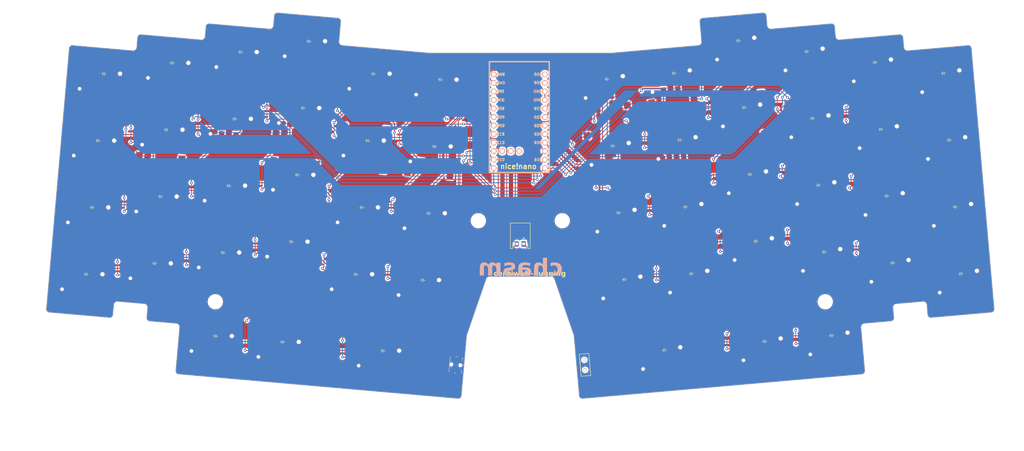
<source format=kicad_pcb>
(kicad_pcb (version 20241229) (generator "pcbnew") (generator_version "9.0")
  (title_block (title "base") (rev "v1.0.0") (company "Unknown"))
  (layers (0 "F.Cu" signal) (2 "B.Cu" signal) (13 "F.Paste" user) (15 "B.Paste" user) (5 "F.SilkS" user) (7 "B.SilkS" user) (1 "F.Mask" user) (3 "B.Mask" user) (25 "Edge.Cuts" user))
  (net 0 "")
  (net 1 "P011")
  (net 2 "outer_bottom")
  (net 3 "outer_home")
  (net 4 "outer_top")
  (net 5 "outer_num")
  (net 6 "P104")
  (net 7 "pinky_bottom")
  (net 8 "pinky_home")
  (net 9 "pinky_top")
  (net 10 "pinky_num")
  (net 11 "P106")
  (net 12 "ring_bottom")
  (net 13 "ring_home")
  (net 14 "ring_top")
  (net 15 "ring_num")
  (net 16 "P111")
  (net 17 "middle_bottom")
  (net 18 "middle_home")
  (net 19 "middle_top")
  (net 20 "middle_num")
  (net 21 "P010")
  (net 22 "index_bottom")
  (net 23 "index_home")
  (net 24 "index_top")
  (net 25 "index_num")
  (net 26 "P009")
  (net 27 "inner_bottom")
  (net 28 "inner_home")
  (net 29 "inner_top")
  (net 30 "inner_num")
  (net 31 "option_thumbrow")
  (net 32 "command_thumbrow")
  (net 33 "space1_thumbrow")
  (net 34 "mirror_outer_bottom")
  (net 35 "mirror_outer_home")
  (net 36 "mirror_outer_top")
  (net 37 "mirror_outer_num")
  (net 38 "mirror_pinky_bottom")
  (net 39 "mirror_pinky_home")
  (net 40 "mirror_pinky_top")
  (net 41 "mirror_pinky_num")
  (net 42 "mirror_ring_bottom")
  (net 43 "mirror_ring_home")
  (net 44 "mirror_ring_top")
  (net 45 "mirror_ring_num")
  (net 46 "mirror_middle_bottom")
  (net 47 "mirror_middle_home")
  (net 48 "mirror_middle_top")
  (net 49 "mirror_middle_num")
  (net 50 "mirror_index_bottom")
  (net 51 "mirror_index_home")
  (net 52 "mirror_index_top")
  (net 53 "mirror_index_num")
  (net 54 "mirror_inner_bottom")
  (net 55 "mirror_inner_home")
  (net 56 "mirror_inner_top")
  (net 57 "mirror_inner_num")
  (net 58 "mirror_option_thumbrow")
  (net 59 "mirror_command_thumbrow")
  (net 60 "mirror_space1_thumbrow")
  (net 61 "RAW")
  (net 62 "GND")
  (net 63 "RST")
  (net 64 "VCC")
  (net 65 "P031")
  (net 66 "P029")
  (net 67 "P002")
  (net 68 "P115")
  (net 69 "P113")
  (net 70 "P006")
  (net 71 "P008")
  (net 72 "P017")
  (net 73 "P020")
  (net 74 "P022")
  (net 75 "P024")
  (net 76 "P100")
  (net 77 "P101")
  (net 78 "P102")
  (net 79 "P107")
  (net 80 "pos")
  (footprint "E73:SPDT_C128955" (layer "F.Cu") (at 249.655145 124.791519 95)
    (property "Reference" "T1" (hide yes))
    (property "Value" "" (hide yes))
  )
  (footprint "ceoloide:diode_tht_sod123" (layer "F.Cu") (at 164.018786 68.158438 -5)
    (property "Reference" "D14" (hide yes))
    (property "Value" "")
  )
  (footprint "PG1316S" (layer "F.Cu") (at 205.458905 41.970529 -5)
    (property "Reference" "S24" (hide yes))
    (property "Value" "")
    (fp_circle (center -5.8 2.75) (end -5.3 2.75) (stroke (width 0.1)) (fill no) (layer "Edge.Cuts"))
    (fp_circle (center 5.8 -2.75) (end 6.4 -2.75) (stroke (width 0.1)) (fill no) (layer "Edge.Cuts"))
  )
  (footprint "PG1316S" (layer "F.Cu") (at 140.719345 93.524283 -5)
    (property "Reference" "S9" (hide yes))
    (property "Value" "")
    (fp_circle (center -5.8 2.75) (end -5.3 2.75) (stroke (width 0.1)) (fill no) (layer "Edge.Cuts"))
    (fp_circle (center 5.8 -2.75) (end 6.4 -2.75) (stroke (width 0.1)) (fill no) (layer "Edge.Cuts"))
  )
  (footprint "PG1316S" (layer "F.Cu") (at 359.174695 80.076106 5)
    (property "Reference" "S29" (hide yes))
    (property "Value" "")
    (fp_circle (center -5.8 2.75) (end -5.3 2.75) (stroke (width 0.1)) (fill no) (layer "Edge.Cuts"))
    (fp_circle (center 5.8 -2.75) (end 6.4 -2.75) (stroke (width 0.1)) (fill no) (layer "Edge.Cuts"))
  )
  (footprint "PG1316S" (layer "F.Cu") (at 260.688249 101.742211 5)
    (property "Reference" "S48" (hide yes))
    (property "Value" "")
    (fp_circle (center -5.8 2.75) (end -5.3 2.75) (stroke (width 0.1)) (fill no) (layer "Edge.Cuts"))
    (fp_circle (center 5.8 -2.75) (end 6.4 -2.75) (stroke (width 0.1)) (fill no) (layer "Edge.Cuts"))
  )
  (footprint "ceoloide:diode_tht_sod123" (layer "F.Cu") (at 101.196653 97.795908 -5)
    (property "Reference" "D1" (hide yes))
    (property "Value" "")
  )
  (footprint "ceoloide:diode_tht_sod123" (layer "F.Cu") (at 104.682883 57.94812 -5)
    (property "Reference" "D3" (hide yes))
    (property "Value" "")
  )
  (footprint "ceoloide:diode_tht_sod123" (layer "F.Cu") (at 317.507971 51.298091 5)
    (property "Reference" "D38" (hide yes))
    (property "Value" "")
  )
  (footprint "ceoloide:diode_tht_sod123" (layer "F.Cu") (at 139.737105 116.225058 -5)
    (property "Reference" "D25" (hide yes))
    (property "Value" "")
  )
  (footprint "PG1316S" (layer "F.Cu") (at 203.71579 61.894423 -5)
    (property "Reference" "S23" (hide yes))
    (property "Value" "")
    (fp_circle (center -5.8 2.75) (end -5.3 2.75) (stroke (width 0.1)) (fill no) (layer "Edge.Cuts"))
    (fp_circle (center 5.8 -2.75) (end 6.4 -2.75) (stroke (width 0.1)) (fill no) (layer "Edge.Cuts"))
  )
  (footprint "ceoloide:diode_tht_sod123" (layer "F.Cu") (at 125.042555 54.710261 -5)
    (property "Reference" "D7" (hide yes))
    (property "Value" "")
  )
  (footprint "HOLE_M2_TH" (layer "F.Cu") (at 217.958905 81.818317)
    (property "Reference" "")
    (property "Value" "")
  )
  (footprint "PG1316S" (layer "F.Cu") (at 340.558137 96.762141 5)
    (property "Reference" "S32" (hide yes))
    (property "Value" "")
    (fp_circle (center -5.8 2.75) (end -5.3 2.75) (stroke (width 0.1)) (fill no) (layer "Edge.Cuts"))
    (fp_circle (center 5.8 -2.75) (end 6.4 -2.75) (stroke (width 0.1)) (fill no) (layer "Edge.Cuts"))
  )
  (footprint "PG1316S" (layer "F.Cu") (at 185.535011 40.227414 -5)
    (property "Reference" "S20" (hide yes))
    (property "Value" "")
    (fp_circle (center -5.8 2.75) (end -5.3 2.75) (stroke (width 0.1)) (fill no) (layer "Edge.Cuts"))
    (fp_circle (center 5.8 -2.75) (end 6.4 -2.75) (stroke (width 0.1)) (fill no) (layer "Edge.Cuts"))
  )
  (footprint "PG1316S" (layer "F.Cu") (at 200.22956 101.742211 -5)
    (property "Reference" "S21" (hide yes))
    (property "Value" "")
    (fp_circle (center -5.8 2.75) (end -5.3 2.75) (stroke (width 0.1)) (fill no) (layer "Edge.Cuts"))
    (fp_circle (center 5.8 -2.75) (end 6.4 -2.75) (stroke (width 0.1)) (fill no) (layer "Edge.Cuts"))
  )
  (footprint "PG1316S" (layer "F.Cu") (at 294.609447 30.514742 5)
    (property "Reference" "S43" (hide yes))
    (property "Value" "")
    (fp_circle (center -5.8 2.75) (end -5.3 2.75) (stroke (width 0.1)) (fill no) (layer "Edge.Cuts"))
    (fp_circle (center 5.8 -2.75) (end 6.4 -2.75) (stroke (width 0.1)) (fill no) (layer "Edge.Cuts"))
  )
  (footprint "ceoloide:diode_tht_sod123" (layer "F.Cu") (at 259.740871 79.439914 5)
    (property "Reference" "D49" (hide yes))
    (property "Value" "")
  )
  (footprint "PG1316S" (layer "F.Cu") (at 360.917809 100 5)
    (property "Reference" "S28" (hide yes))
    (property "Value" "")
    (fp_circle (center -5.8 2.75) (end -5.3 2.75) (stroke (width 0.1)) (fill no) (layer "Edge.Cuts"))
    (fp_circle (center 5.8 -2.75) (end 6.4 -2.75) (stroke (width 0.1)) (fill no) (layer "Edge.Cuts"))
  )
  (footprint "PG1316S" (layer "F.Cu") (at 322.377358 118.42915 5)
    (property "Reference" "S52" (hide yes))
    (property "Value" "")
    (fp_circle (center -5.8 2.75) (end -5.3 2.75) (stroke (width 0.1)) (fill no) (layer "Edge.Cuts"))
    (fp_circle (center 5.8 -2.75) (end 6.4 -2.75) (stroke (width 0.1)) (fill no) (layer "Edge.Cuts"))
  )
  (footprint "PG1316S" (layer "F.Cu") (at 355.688465 40.228318 5)
    (property "Reference" "S31" (hide yes))
    (property "Value" "")
    (fp_circle (center -5.8 2.75) (end -5.3 2.75) (stroke (width 0.1)) (fill no) (layer "Edge.Cuts"))
    (fp_circle (center 5.8 -2.75) (end 6.4 -2.75) (stroke (width 0.1)) (fill no) (layer "Edge.Cuts"))
  )
  (footprint "ceoloide:diode_tht_sod123" (layer "F.Cu") (at 320.9942 91.145879 5)
    (property "Reference" "D36" (hide yes))
    (property "Value" "")
  )
  (footprint "ceoloide:diode_tht_sod123" (layer "F.Cu") (at 358.227316 57.773808 5)
    (property "Reference" "D30" (hide yes))
    (property "Value" "")
  )
  (footprint "ceoloide:diode_tht_sod123" (layer "F.Cu") (at 167.505016 28.31065 -5)
    (property "Reference" "D16" (hide yes))
    (property "Value" "")
  )
  (footprint "ceoloide:diode_tht_sod123" (layer "F.Cu") (at 256.254641 39.592126 5)
    (property "Reference" "D51" (hide yes))
    (property "Value" "")
  )
  (footprint "PG1316S" (layer "F.Cu") (at 258.945135 81.818317 5)
    (property "Reference" "S49" (hide yes))
    (property "Value" "")
    (fp_circle (center -5.8 2.75) (end -5.3 2.75) (stroke (width 0.1)) (fill no) (layer "Edge.Cuts"))
    (fp_circle (center 5.8 -2.75) (end 6.4 -2.75) (stroke (width 0.1)) (fill no) (layer "Edge.Cuts"))
  )
  (footprint "ceoloide:diode_tht_sod123" (layer "F.Cu") (at 323.173094 116.050747 5)
    (property "Reference" "D52" (hide yes))
    (property "Value" "")
  )
  (footprint "PG1316S" (layer "F.Cu") (at 166.308363 30.514742 -5)
    (property "Reference" "S16" (hide yes))
    (property "Value" "")
    (fp_circle (center -5.8 2.75) (end -5.3 2.75) (stroke (width 0.1)) (fill no) (layer "Edge.Cuts"))
    (fp_circle (center 5.8 -2.75) (end 6.4 -2.75) (stroke (width 0.1)) (fill no) (layer "Edge.Cuts"))
  )
  (footprint "PG1316S" (layer "F.Cu") (at 277.125914 60.151308 5)
    (property "Reference" "S46" (hide yes))
    (property "Value" "")
    (fp_circle (center -5.8 2.75) (end -5.3 2.75) (stroke (width 0.1)) (fill no) (layer "Edge.Cuts"))
    (fp_circle (center 5.8 -2.75) (end 6.4 -2.75) (stroke (width 0.1)) (fill no) (layer "Edge.Cuts"))
  )
  (footprint "ceoloide:diode_tht_sod123" (layer "F.Cu") (at 147.145343 31.548509 -5)
    (property "Reference" "D12" (hide yes))
    (property "Value" "")
  )
  (footprint "ceoloide:diode_tht_sod123" (layer "F.Cu") (at 300.634528 87.908021 5)
    (property "Reference" "D40" (hide yes))
    (property "Value" "")
  )
  (footprint "PG1316S" (layer "F.Cu") (at 280.612143 99.999097 5)
    (property "Reference" "S44" (hide yes))
    (property "Value" "")
    (fp_circle (center -5.8 2.75) (end -5.3 2.75) (stroke (width 0.1)) (fill no) (layer "Edge.Cuts"))
    (fp_circle (center 5.8 -2.75) (end 6.4 -2.75) (stroke (width 0.1)) (fill no) (layer "Edge.Cuts"))
  )
  (footprint "ceoloide:diode_tht_sod123" (layer "F.Cu") (at 181.502319 97.795004 -5)
    (property "Reference" "D17" (hide yes))
    (property "Value" "")
  )
  (footprint "ceoloide:diode_tht_sod123" (layer "F.Cu") (at 257.997756 59.51602 5)
    (property "Reference" "D50" (hide yes))
    (property "Value" "")
  )
  (footprint "PG1316S" (layer "F.Cu") (at 183.791896 60.151308 -5)
    (property "Reference" "S19" (hide yes))
    (property "Value" "")
    (fp_circle (center -5.8 2.75) (end -5.3 2.75) (stroke (width 0.1)) (fill no) (layer "Edge.Cuts"))
    (fp_circle (center 5.8 -2.75) (end 6.4 -2.75) (stroke (width 0.1)) (fill no) (layer "Edge.Cuts"))
  )
  (footprint "ceoloide:diode_tht_sod123" (layer "F.Cu") (at 361.713546 97.621597 5)
    (property "Reference" "D28" (hide yes))
    (property "Value" "")
  )
  (footprint "PG1316S" (layer "F.Cu") (at 105.229345 40.228318 -5)
    (property "Reference" "S4" (hide yes))
    (property "Value" "")
    (fp_circle (center -5.8 2.75) (end -5.3 2.75) (stroke (width 0.1)) (fill no) (layer "Edge.Cuts"))
    (fp_circle (center 5.8 -2.75) (end 6.4 -2.75) (stroke (width 0.1)) (fill no) (layer "Edge.Cuts"))
  )
  (footprint "ceoloide:diode_tht_sod123" (layer "F.Cu") (at 121.556326 94.558049 -5)
    (property "Reference" "D5" (hide yes))
    (property "Value" "")
  )
  (footprint "ceoloide:diode_tht_sod123" (layer "F.Cu") (at 295.405183 28.136339 5)
    (property "Reference" "D43" (hide yes))
    (property "Value" "")
  )
  (footprint "ceoloide:diode_tht_sod123" (layer "F.Cu") (at 276.178535 37.849011 5)
    (property "Reference" "D47" (hide yes))
    (property "Value" "")
  )
  (footprint "JST_PH_S2B-PH-K_02x2.00mm_Angled" (layer "F.Cu") (at 230.458905 88.742211 180)
    (property "Reference" "JST1" (hide yes))
    (property "Value" "" (hide yes))
  )
  (footprint "ceoloide:diode_tht_sod123" (layer "F.Cu") (at 201.426213 99.538119 -5)
    (property "Reference" "D21" (hide yes))
    (property "Value" "")
  )
  (footprint "PG1316S" (layer "F.Cu") (at 318.455349 73.600389 5)
    (property "Reference" "S37" (hide yes))
    (property "Value" "")
    (fp_circle (center -5.8 2.75) (end -5.3 2.75) (stroke (width 0.1)) (fill no) (layer "Edge.Cuts"))
    (fp_circle (center 5.8 -2.75) (end 6.4 -2.75) (stroke (width 0.1)) (fill no) (layer "Edge.Cuts"))
  )
  (footprint "PG1316S" (layer "F.Cu") (at 272.567623 122.786937 5)
    (property "Reference" "S54" (hide yes))
    (property "Value" "")
    (fp_circle (center -5.8 2.75) (end -5.3 2.75) (stroke (width 0.1)) (fill no) (layer "Edge.Cuts"))
    (fp_circle (center 5.8 -2.75) (end 6.4 -2.75) (stroke (width 0.1)) (fill no) (layer "Edge.Cuts"))
  )
  (footprint "ceoloide:diode_tht_sod123" (layer "F.Cu") (at 145.402228 51.472403 -5)
    (property "Reference" "D11" (hide yes))
    (property "Value" "")
  )
  (footprint "ceoloide:diode_tht_sod123" (layer "F.Cu") (at 159.660999 117.968173 -5)
    (property "Reference" "D26" (hide yes))
    (property "Value" "")
  )
  (footprint "ceoloide:diode_tht_sod123" (layer "F.Cu") (at 141.915998 91.320191 -5)
    (property "Reference" "D9" (hide yes))
    (property "Value" "")
  )
  (footprint "ceoloide:diode_tht_sod123" (layer "F.Cu") (at 281.40788 97.620693 5)
    (property "Reference" "D44" (hide yes))
    (property "Value" "")
  )
  (footprint "HOLE_M2_TH" (layer "F.Cu") (at 321.287911 105.976717 5)
    (property "Reference" "")
    (property "Value" "")
  )
  (footprint "ceoloide:diode_tht_sod123" (layer "F.Cu") (at 339.610758 74.459844 5)
    (property "Reference" "D33" (hide yes))
    (property "Value" "")
  )
  (footprint "PG1316S" (layer "F.Cu") (at 302.453464 120.172265 5)
    (property "Reference" "S53" (hide yes))
    (property "Value" "")
    (fp_circle (center -5.8 2.75) (end -5.3 2.75) (stroke (width 0.1)) (fill no) (layer "Edge.Cuts"))
    (fp_circle (center 5.8 -2.75) (end 6.4 -2.75) (stroke (width 0.1)) (fill no) (layer "Edge.Cuts"))
  )
  (footprint "ceoloide:diode_tht_sod123" (layer "F.Cu") (at 189.54684 120.582845 -5)
    (property "Reference" "D27" (hide yes))
    (property "Value" "")
  )
  (footprint "PG1316S" (layer "F.Cu") (at 144.205575 53.676495 -5)
    (property "Reference" "S11" (hide yes))
    (property "Value" "")
    (fp_circle (center -5.8 2.75) (end -5.3 2.75) (stroke (width 0.1)) (fill no) (layer "Edge.Cuts"))
    (fp_circle (center 5.8 -2.75) (end 6.4 -2.75) (stroke (width 0.1)) (fill no) (layer "Edge.Cuts"))
  )
  (footprint "PG1316S" (layer "F.Cu") (at 257.20202 61.894423 5)
    (property "Reference" "S50" (hide yes))
    (property "Value" "")
    (fp_circle (center -5.8 2.75) (end -5.3 2.75) (stroke (width 0.1)) (fill no) (layer "Edge.Cuts"))
    (fp_circle (center 5.8 -2.75) (end 6.4 -2.75) (stroke (width 0.1)) (fill no) (layer "Edge.Cuts"))
  )
  (footprint "ceoloide:diode_tht_sod123" (layer "F.Cu") (at 279.664765 77.696799 5)
    (property "Reference" "D45" (hide yes))
    (property "Value" "")
  )
  (footprint "ceoloide:diode_tht_sod123" (layer "F.Cu") (at 126.78567 34.786367 -5)
    (property "Reference" "D8" (hide yes))
    (property "Value" "")
  )
  (footprint "ceoloide:diode_tht_sod123" (layer "F.Cu") (at 341.353873 94.383738 5)
    (property "Reference" "D32" (hide yes))
    (property "Value" "")
  )
  (footprint "PG1316S" (layer "F.Cu") (at 335.328792 36.990459 5)
    (property "Reference" "S35" (hide yes))
    (property "Value" "")
    (fp_circle (center -5.8 2.75) (end -5.3 2.75) (stroke (width 0.1)) (fill no) (layer "Edge.Cuts"))
    (fp_circle (center 5.8 -2.75) (end 6.4 -2.75) (stroke (width 0.1)) (fill no) (layer "Edge.Cuts"))
  )
  (footprint "ceoloide:diode_tht_sod123" (layer "F.Cu") (at 298.891413 67.984127 5)
    (property "Reference" "D41" (hide yes))
    (property "Value" "")
  )
  (footprint "PG1316S" (layer "F.Cu") (at 138.540452 118.42915 -5)
    (property "Reference" "S25" (hide yes))
    (property "Value" "")
    (fp_circle (center -5.8 2.75) (end -5.3 2.75) (stroke (width 0.1)) (fill no) (layer "Edge.Cuts"))
    (fp_circle (center 5.8 -2.75) (end 6.4 -2.75) (stroke (width 0.1)) (fill no) (layer "Edge.Cuts"))
  )
  (footprint "PG1316S" (layer "F.Cu") (at 123.845903 56.914353 -5)
    (property "Reference" "S7" (hide yes))
    (property "Value" "")
    (fp_circle (center -5.8 2.75) (end -5.3 2.75) (stroke (width 0.1)) (fill no) (layer "Edge.Cuts"))
    (fp_circle (center 5.8 -2.75) (end 6.4 -2.75) (stroke (width 0.1)) (fill no) (layer "Edge.Cuts"))
  )
  (footprint "PG1316S" (layer "F.Cu") (at 298.095676 70.36253 5)
    (property "Reference" "S41" (hide yes))
    (property "Value" "")
    (fp_circle (center -5.8 2.75) (end -5.3 2.75) (stroke (width 0.1)) (fill no) (layer "Edge.Cuts"))
    (fp_circle (center 5.8 -2.75) (end 6.4 -2.75) (stroke (width 0.1)) (fill no) (layer "Edge.Cuts"))
  )
  (footprint "PG1316S" (layer "F.Cu") (at 103.48623 60.152212 -5)
    (property "Reference" "S3" (hide yes))
    (property "Value" "")
    (fp_circle (center -5.8 2.75) (end -5.3 2.75) (stroke (width 0.1)) (fill no) (layer "Edge.Cuts"))
    (fp_circle (center 5.8 -2.75) (end 6.4 -2.75) (stroke (width 0.1)) (fill no) (layer "Edge.Cuts"))
  )
  (footprint "HOLE_M2_TH" (layer "F.Cu") (at 242.958905 81.818317)
    (property "Reference" "")
    (property "Value" "")
  )
  (footprint "ceoloide:diode_tht_sod123" (layer "F.Cu") (at 106.425998 38.024226 -5)
    (property "Reference" "D4" (hide yes))
    (property "Value" "")
  )
  (footprint "ceoloide:diode_tht_sod123" (layer "F.Cu") (at 102.939768 77.872014 -5)
    (property "Reference" "D2" (hide yes))
    (property "Value" "")
  )
  (footprint "PG1316S" (layer "F.Cu") (at 164.565248 50.438636 -5)
    (property "Reference" "S15" (hide yes))
    (property "Value" "")
    (fp_circle (center -5.8 2.75) (end -5.3 2.75) (stroke (width 0.1)) (fill no) (layer "Edge.Cuts"))
    (fp_circle (center 5.8 -2.75) (end 6.4 -2.75) (stroke (width 0.1)) (fill no) (layer "Edge.Cuts"))
  )
  (footprint "PG1316S" (layer "F.Cu") (at 296.352562 50.438636 5)
    (property "Reference" "S42" (hide yes))
    (property "Value" "")
    (fp_circle (center -5.8 2.75) (end -5.3 2.75) (stroke (width 0.1)) (fill no) (layer "Edge.Cuts"))
    (fp_circle (center 5.8 -2.75) (end 6.4 -2.75) (stroke (width 0.1)) (fill no) (layer "Edge.Cuts"))
  )
  (footprint "HOLE_M2_TH" (layer "F.Cu") (at 139.629899 105.976717 -5)
    (property "Reference" "")
    (property "Value" "")
  )
  (footprint "nice_nano" (layer "F.Cu") (at 230.164623 52.162559 -90)
    (property "Reference" "MCU1" (hide yes))
    (property "Value" "nice_nano" (hide yes))
  )
  (footprint "ceoloide:diode_tht_sod123" (layer "F.Cu") (at 297.148298 48.060233 5)
    (property "Reference" "D42" (hide yes))
    (property "Value" "")
  )
  (footprint "PG1316S" (layer "F.Cu") (at 275.382799 40.227414 5)
    (property "Reference" "S47" (hide yes))
    (property "Value" "")
    (fp_circle (center -5.8 2.75) (end -5.3 2.75) (stroke (width 0.1)) (fill no) (layer "Edge.Cuts"))
    (fp_circle (center 5.8 -2.75) (end 6.4 -2.75) (stroke (width 0.1)) (fill no) (layer "Edge.Cuts"))
  )
  (footprint "PG1316S" (layer "F.Cu") (at 320.198464 93.524283 5)
    (property "Reference" "S36" (hide yes))
    (property "Value" "")
    (fp_circle (center -5.8 2.75) (end -5.3 2.75) (stroke (width 0.1)) (fill no) (layer "Edge.Cuts"))
    (fp_circle (center 5.8 -2.75) (end 6.4 -2.75) (stroke (width 0.1)) (fill no) (layer "Edge.Cuts"))
  )
  (footprint "ceoloide:diode_tht_sod123" (layer "F.Cu") (at 203.169328 79.614225 -5)
    (property "Reference" "D22" (hide yes))
    (property "Value" "")
  )
  (footprint "PG1316S" (layer "F.Cu") (at 100 100 -5)
    (property "Reference" "S1" (hide yes))
    (property "Value" "")
    (fp_circle (center -5.8 2.75) (end -5.3 2.75) (stroke (width 0.1)) (fill no) (layer "Edge.Cuts"))
    (fp_circle (center 5.8 -2.75) (end 6.4 -2.75) (stroke (width 0.1)) (fill no) (layer "Edge.Cuts"))
  )
  (footprint "ceoloide:diode_tht_sod123" (layer "F.Cu") (at 273.363359 120.408534 5)
    (property "Reference" "D54" (hide yes))
    (property "Value" "")
  )
  (footprint "PG1316S" (layer "F.Cu") (at 125.589017 36.990459 -5)
    (property "Reference" "S8" (hide yes))
    (property "Value" "")
    (fp_circle (center -5.8 2.75) (end -5.3 2.75) (stroke (width 0.1)) (fill no) (layer "Edge.Cuts"))
    (fp_circle (center 5.8 -2.75) (end 6.4 -2.75) (stroke (width 0.1)) (fill no) (layer "Edge.Cuts"))
  )
  (footprint "ceoloide:diode_tht_sod123" (layer "F.Cu") (at 162.275671 88.082332 -5)
    (property "Reference" "D13" (hide yes))
    (property "Value" "")
  )
  (footprint "ceoloide:diode_tht_sod123" (layer "F.Cu") (at 184.988549 57.947216 -5)
    (property "Reference" "D19" (hide yes))
    (property "Value" "")
  )
  (footprint "PG1316S" (layer "F.Cu") (at 201.972675 81.818317 -5)
    (property "Reference" "S22" (hide yes))
    (property "Value" "")
    (fp_circle (center -5.8 2.75) (end -5.3 2.75) (stroke (width 0.1)) (fill no) (layer "Edge.Cuts"))
    (fp_circle (center 5.8 -2.75) (end 6.4 -2.75) (stroke (width 0.1)) (fill no) (layer "Edge.Cuts"))
  )
  (footprint "ceoloide:diode_tht_sod123" (layer "F.Cu") (at 143.659113 71.396297 -5)
    (property "Reference" "D10" (hide yes))
    (property "Value" "")
  )
  (footprint "ceoloide:diode_tht_sod123" (layer "F.Cu") (at 183.245434 77.87111 -5)
    (property "Reference" "D18" (hide yes))
    (property "Value" "")
  )
  (footprint "ceoloide:diode_tht_sod123" (layer "F.Cu") (at 123.299441 74.634155 -5)
    (property "Reference" "D6" (hide yes))
    (property "Value" "")
  )
  (footprint "PG1316S" (layer "F.Cu") (at 299.838791 90.286424 5)
    (property "Reference" "S40" (hide yes))
    (property "Value" "")
    (fp_circle (center -5.8 2.75) (end -5.3 2.75) (stroke (width 0.1)) (fill no) (layer "Edge.Cuts"))
    (fp_circle (center 5.8 -2.75) (end 6.4 -2.75) (stroke (width 0.1)) (fill no) (layer "Edge.Cuts"))
  )
  (footprint "ceoloide:diode_tht_sod123" (layer "F.Cu") (at 315.764856 31.374197 5)
    (property "Reference" "D39" (hide yes))
    (property "Value" "")
  )
  (footprint "ceoloide:diode_tht_sod123" (layer "F.Cu") (at 303.2492 117.793862 5)
    (property "Reference" "D53" (hide yes))
    (property "Value" "")
  )
  (footprint "ceoloide:diode_tht_sod123" (layer "F.Cu") (at 204.912443 59.690331 -5)
    (property "Reference" "D23" (hide yes))
    (property "Value" "")
  )
  (footprint "ceoloide:diode_tht_sod123" (layer "F.Cu") (at 261.483986 99.363808 5)
    (property "Reference" "D48" (hide yes))
    (property "Value" "")
  )
  (footprint "ceoloide:diode_tht_sod123" (layer "F.Cu") (at 206.655558 39.766437 -5)
    (property "Reference" "D24" (hide yes))
    (property "Value" "")
  )
  (footprint "PG1316S" (layer "F.Cu") (at 180.305666 99.999097 -5)
    (property "Reference" "S17" (hide yes))
    (property "Value" "")
    (fp_circle (center -5.8 2.75) (end -5.3 2.75) (stroke (width 0.1)) (fill no) (layer "Edge.Cuts"))
    (fp_circle (center 5.8 -2.75) (end 6.4 -2.75) (stroke (width 0.1)) (fill no) (layer "Edge.Cuts"))
  )
  (footprint "PG1316S" (layer "F.Cu") (at 188.350187 122.786937 -5)
    (property "Reference" "S27" (hide yes))
    (property "Value" "")
    (fp_circle (center -5.8 2.75) (end -5.3 2.75) (stroke (width 0.1)) (fill no) (layer "Edge.Cuts"))
    (fp_circle (center 5.8 -2.75) (end 6.4 -2.75) (stroke (width 0.1)) (fill no) (layer "Edge.Cuts"))
  )
  (footprint "ceoloide:diode_tht_sod123" (layer "F.Cu") (at 359.970431 77.697702 5)
    (property "Reference" "D29" (hide yes))
    (property "Value" "")
  )
  (footprint "PG1316S" (layer "F.Cu") (at 182.048781 80.075202 -5)
    (property "Reference" "S18" (hide yes))
    (property "Value" "")
    (fp_circle (center -5.8 2.75) (end -5.3 2.75) (stroke (width 0.1)) (fill no) (layer "Edge.Cuts"))
    (fp_circle (center 5.8 -2.75) (end 6.4 -2.75) (stroke (width 0.1)) (fill no) (layer "Edge.Cuts"))
  )
  (footprint "PG1316S" (layer "F.Cu") (at 122.102788 76.838247 -5)
    (property "Reference" "S6" (hide yes))
    (property "Value" "")
    (fp_circle (center -5.8 2.75) (end -5.3 2.75) (stroke (width 0.1)) (fill no) (layer "Edge.Cuts"))
    (fp_circle (center 5.8 -2.75) (end 6.4 -2.75) (stroke (width 0.1)) (fill no) (layer "Edge.Cuts"))
  )
  (footprint "ceoloide:diode_tht_sod123" (layer "F.Cu") (at 186.731664 38.023322 -5)
    (property "Reference" "D20" (hide yes))
    (property "Value" "")
  )
  (footprint "PG1316S" (layer "F.Cu") (at 162.822133 70.36253 -5)
    (property "Reference" "S14" (hide yes))
    (property "Value" "")
    (fp_circle (center -5.8 2.75) (end -5.3 2.75) (stroke (width 0.1)) (fill no) (layer "Edge.Cuts"))
    (fp_circle (center 5.8 -2.75) (end 6.4 -2.75) (stroke (width 0.1)) (fill no) (layer "Edge.Cuts"))
  )
  (footprint "ceoloide:diode_tht_sod123" (layer "F.Cu") (at 165.761901 48.234544 -5)
    (property "Reference" "D15" (hide yes))
    (property "Value" "")
  )
  (footprint "PG1316S" (layer "F.Cu") (at 120.359673 96.762141 -5)
    (property "Reference" "S5" (hide yes))
    (property "Value" "")
    (fp_circle (center -5.8 2.75) (end -5.3 2.75) (stroke (width 0.1)) (fill no) (layer "Edge.Cuts"))
    (fp_circle (center 5.8 -2.75) (end 6.4 -2.75) (stroke (width 0.1)) (fill no) (layer "Edge.Cuts"))
  )
  (footprint "ceoloide:diode_tht_sod123" (layer "F.Cu") (at 336.124528 34.612056 5)
    (property "Reference" "D35" (hide yes))
    (property "Value" "")
  )
  (footprint "PG1316S" (layer "F.Cu") (at 337.071907 56.914353 5)
    (property "Reference" "S34" (hide yes))
    (property "Value" "")
    (fp_circle (center -5.8 2.75) (end -5.3 2.75) (stroke (width 0.1)) (fill no) (layer "Edge.Cuts"))
    (fp_circle (center 5.8 -2.75) (end 6.4 -2.75) (stroke (width 0.1)) (fill no) (layer "Edge.Cuts"))
  )
  (footprint "ceoloide:diode_tht_sod123" (layer "F.Cu") (at 356.484201 37.849914 5)
    (property "Reference" "D31" (hide yes))
    (property "Value" "")
  )
  (footprint "ceoloide:diode_tht_sod123" (layer "F.Cu") (at 277.92165 57.772905 5)
    (property "Reference" "D46" (hide yes))
    (property "Value" "")
  )
  (footprint "PG1316S" (layer "F.Cu") (at 357.43158 60.152212 5)
    (property "Reference" "S30" (hide yes))
    (property "Value" "")
    (fp_circle (center -5.8 2.75) (end -5.3 2.75) (stroke (width 0.1)) (fill no) (layer "Edge.Cuts"))
    (fp_circle (center 5.8 -2.75) (end 6.4 -2.75) (stroke (width 0.1)) (fill no) (layer "Edge.Cuts"))
  )
  (footprint "PG1316S" (layer "F.Cu") (at 142.46246 73.600389 -5)
    (property "Reference" "S10" (hide yes))
    (property "Value" "")
    (fp_circle (center -5.8 2.75) (end -5.3 2.75) (stroke (width 0.1)) (fill no) (layer "Edge.Cuts"))
    (fp_circle (center 5.8 -2.75) (end 6.4 -2.75) (stroke (width 0.1)) (fill no) (layer "Edge.Cuts"))
  )
  (footprint "PG1316S" (layer "F.Cu") (at 278.869028 80.075202 5)
    (property "Reference" "S45" (hide yes))
    (property "Value" "")
    (fp_circle (center -5.8 2.75) (end -5.3 2.75) (stroke (width 0.1)) (fill no) (layer "Edge.Cuts"))
    (fp_circle (center 5.8 -2.75) (end 6.4 -2.75) (stroke (width 0.1)) (fill no) (layer "Edge.Cuts"))
  )
  (footprint "Panasonic_EVQPUL_EVQPUC" (layer "F.Cu") (at 211.262665 124.791519 -95)
    (property "Reference" "B1" (hide yes))
    (property "Value" "Panasonic_EVQPUL_EVQPUC" (hide yes))
  )
  (footprint "PG1316S" (layer "F.Cu") (at 101.743115 80.076106 -5)
    (property "Reference" "S2" (hide yes))
    (property "Value" "")
    (fp_circle (center -5.8 2.75) (end -5.3 2.75) (stroke (width 0.1)) (fill no) (layer "Edge.Cuts"))
    (fp_circle (center 5.8 -2.75) (end 6.4 -2.75) (stroke (width 0.1)) (fill no) (layer "Edge.Cuts"))
  )
  (footprint "PG1316S" (layer "F.Cu") (at 314.969119 33.752601 5)
    (property "Reference" "S39" (hide yes))
    (property "Value" "")
    (fp_circle (center -5.8 2.75) (end -5.3 2.75) (stroke (width 0.1)) (fill no) (layer "Edge.Cuts"))
    (fp_circle (center 5.8 -2.75) (end 6.4 -2.75) (stroke (width 0.1)) (fill no) (layer "Edge.Cuts"))
  )
  (footprint "PG1316S" (layer "F.Cu") (at 316.712234 53.676495 5)
    (property "Reference" "S38" (hide yes))
    (property "Value" "")
    (fp_circle (center -5.8 2.75) (end -5.3 2.75) (stroke (width 0.1)) (fill no) (layer "Edge.Cuts"))
    (fp_circle (center 5.8 -2.75) (end 6.4 -2.75) (stroke (width 0.1)) (fill no) (layer "Edge.Cuts"))
  )
  (footprint "PG1316S" (layer "F.Cu") (at 255.458905 41.970529 5)
    (property "Reference" "S51" (hide yes))
    (property "Value" "")
    (fp_circle (center -5.8 2.75) (end -5.3 2.75) (stroke (width 0.1)) (fill no) (layer "Edge.Cuts"))
    (fp_circle (center 5.8 -2.75) (end 6.4 -2.75) (stroke (width 0.1)) (fill no) (layer "Edge.Cuts"))
  )
  (footprint "PG1316S" (layer "F.Cu") (at 161.079018 90.286424 -5)
    (property "Reference" "S13" (hide yes))
    (property "Value" "")
    (fp_circle (center -5.8 2.75) (end -5.3 2.75) (stroke (width 0.1)) (fill no) (layer "Edge.Cuts"))
    (fp_circle (center 5.8 -2.75) (end 6.4 -2.75) (stroke (width 0.1)) (fill no) (layer "Edge.Cuts"))
  )
  (footprint "ceoloide:diode_tht_sod123" (layer "F.Cu") (at 319.251086 71.221985 5)
    (property "Reference" "D37" (hide yes))
    (property "Value" "")
  )
  (footprint "PG1316S" (layer "F.Cu") (at 145.94869 33.752601 -5)
    (property "Reference" "S12" (hide yes))
    (property "Value" "")
    (fp_circle (center -5.8 2.75) (end -5.3 2.75) (stroke (width 0.1)) (fill no) (layer "Edge.Cuts"))
    (fp_circle (center 5.8 -2.75) (end 6.4 -2.75) (stroke (width 0.1)) (fill no) (layer "Edge.Cuts"))
  )
  (footprint "PG1316S" (layer "F.Cu") (at 338.815022 76.838247 5)
    (property "Reference" "S33" (hide yes))
    (property "Value" "")
    (fp_circle (center -5.8 2.75) (end -5.3 2.75) (stroke (width 0.1)) (fill no) (layer "Edge.Cuts"))
    (fp_circle (center 5.8 -2.75) (end 6.4 -2.75) (stroke (width 0.1)) (fill no) (layer "Edge.Cuts"))
  )
  (footprint "ceoloide:diode_tht_sod123" (layer "F.Cu") (at 337.867643 54.53595 5)
    (property "Reference" "D34" (hide yes))
    (property "Value" "")
  )
  (footprint "PG1316S" (layer "F.Cu") (at 158.464346 120.172265 -5)
    (property "Reference" "S26" (hide yes))
    (property "Value" "")
    (fp_circle (center -5.8 2.75) (end -5.3 2.75) (stroke (width 0.1)) (fill no) (layer "Edge.Cuts"))
    (fp_circle (center 5.8 -2.75) (end 6.4 -2.75) (stroke (width 0.1)) (fill no) (layer "Edge.Cuts"))
  )
  (gr_line (start 109.177545 109.83731) (end 109.439013 106.848726) (stroke (width 0.15)) (layer "Edge.Cuts"))
  (gr_line (start 128.927128 113.572814) (end 127.794103 126.523345) (stroke (width 0.15)) (layer "Edge.Cuts"))
  (gr_arc (start 136.771144 23.915291) (mid 137.124551 23.236402) (end 137.854495 23.006252) (stroke (width 0.15)) (layer "Edge.Cuts"))
  (gr_line (start 341.778317 110.708867) (end 341.51685 107.720283) (stroke (width 0.15)) (layer "Edge.Cuts"))
  (gr_arc (start 343.422988 26.244111) (mid 344.152931 26.474262) (end 344.506337 27.15315) (stroke (width 0.15)) (layer "Edge.Cuts"))
  (gr_arc (start 109.177546 109.83731) (mid 108.824139 110.516199) (end 108.094195 110.746349) (stroke (width 0.15)) (layer "Edge.Cuts"))
  (gr_line (start 147.630841 129.262655) (end 211.885399 134.8842) (stroke (width 0.15)) (layer "Edge.Cuts"))
  (gr_line (start 323.063314 23.006252) (end 305.13181 24.575055) (stroke (width 0.15)) (layer "Edge.Cuts"))
  (gr_line (start 342.425889 106.636933) (end 350.395446 105.939687) (stroke (width 0.15)) (layer "Edge.Cuts"))
  (gr_arc (start 96.051799 30.391008) (mid 96.405206 29.712119) (end 97.13515 29.481969) (stroke (width 0.15)) (layer "Edge.Cuts"))
  (gr_line (start 203.3674 31.749348) (end 196.368515 31.137025) (stroke (width 0.15)) (layer "Edge.Cuts"))
  (gr_arc (start 350.395447 105.939686) (mid 351.12539 106.169837) (end 351.478797 106.848726) (stroke (width 0.15)) (layer "Edge.Cuts"))
  (gr_line (start 283.476994 29.481066) (end 264.549294 31.137025) (stroke (width 0.15)) (layer "Edge.Cuts"))
  (gr_line (start 214.577706 115.927283) (end 220.356736 99.178187) (stroke (width 0.15)) (layer "Edge.Cuts"))
  (gr_arc (start 363.782659 29.481969) (mid 364.512603 29.712119) (end 364.86601 30.391008) (stroke (width 0.15)) (layer "Edge.Cuts"))
  (gr_arc (start 109.439013 106.848725) (mid 109.79242 106.169837) (end 110.522363 105.939687) (stroke (width 0.15)) (layer "Edge.Cuts"))
  (gr_arc (start 220.356737 99.178187) (mid 220.721604 98.690054) (end 221.302049 98.504353) (stroke (width 0.15)) (layer "Edge.Cuts"))
  (gr_line (start 157.130817 20.677432) (end 156.86935 23.666016) (stroke (width 0.15)) (layer "Edge.Cuts"))
  (gr_line (start 92.652725 69.242602) (end 90.909611 89.166496) (stroke (width 0.15)) (layer "Edge.Cuts"))
  (gr_line (start 371.664158 108.094195) (end 370.008199 89.166496) (stroke (width 0.15)) (layer "Edge.Cuts"))
  (gr_line (start 302.703642 19.768393) (end 284.772137 21.337197) (stroke (width 0.15)) (layer "Edge.Cuts"))
  (gr_arc (start 203.454556 31.753153) (mid 203.410936 31.752201) (end 203.3674 31.749348) (stroke (width 0.15)) (layer "Edge.Cuts"))
  (gr_arc (start 90.16269 109.177546) (mid 89.483801 108.824139) (end 89.253651 108.094195) (stroke (width 0.15)) (layer "Edge.Cuts"))
  (gr_arc (start 120.048531 111.792218) (mid 119.369642 111.438811) (end 119.139492 110.708867) (stroke (width 0.15)) (layer "Edge.Cuts"))
  (gr_line (start 370.008199 89.166496) (end 368.265084 69.242602) (stroke (width 0.15)) (layer "Edge.Cuts"))
  (gr_arc (start 371.664157 108.094195) (mid 371.434007 108.824138) (end 370.755119 109.177545) (stroke (width 0.15)) (layer "Edge.Cuts"))
  (gr_arc (start 323.063314 23.006252) (mid 323.793258 23.236402) (end 324.146665 23.915291) (stroke (width 0.15)) (layer "Edge.Cuts"))
  (gr_line (start 212.96875 133.975161) (end 214.526824 116.166293) (stroke (width 0.15)) (layer "Edge.Cuts"))
  (gr_line (start 366.521969 49.318708) (end 364.86601 30.391008) (stroke (width 0.15)) (layer "Edge.Cuts"))
  (gr_arc (start 128.018089 112.489463) (mid 128.696978 112.84287) (end 128.927128 113.572814) (stroke (width 0.15)) (layer "Edge.Cuts"))
  (gr_line (start 119.400959 107.720283) (end 119.139492 110.708867) (stroke (width 0.15)) (layer "Edge.Cuts"))
  (gr_arc (start 239.615761 98.504353) (mid 240.196206 98.690054) (end 240.561073 99.178187) (stroke (width 0.15)) (layer "Edge.Cuts"))
  (gr_arc (start 345.851155 31.050772) (mid 345.121212 30.820622) (end 344.767805 30.141734) (stroke (width 0.15)) (layer "Edge.Cuts"))
  (gr_line (start 115.066654 31.050773) (end 97.13515 29.481969) (stroke (width 0.15)) (layer "Edge.Cuts"))
  (gr_line (start 313.286968 129.262655) (end 332.214667 127.606696) (stroke (width 0.15)) (layer "Edge.Cuts"))
  (gr_arc (start 118.491921 106.636933) (mid 119.170809 106.99034) (end 119.400959 107.720283) (stroke (width 0.15)) (layer "Edge.Cuts"))
  (gr_arc (start 177.440816 29.481066) (mid 176.761927 29.127659) (end 176.531777 28.397715) (stroke (width 0.15)) (layer "Edge.Cuts"))
  (gr_line (start 332.899721 112.489463) (end 340.869278 111.792218) (stroke (width 0.15)) (layer "Edge.Cuts"))
  (gr_arc (start 331.990681 113.572813) (mid 332.220832 112.84287) (end 332.899721 112.489463) (stroke (width 0.15)) (layer "Edge.Cuts"))
  (gr_line (start 352.823614 110.746349) (end 370.755119 109.177545) (stroke (width 0.15)) (layer "Edge.Cuts"))
  (gr_line (start 196.368515 31.137025) (end 177.440816 29.481066) (stroke (width 0.15)) (layer "Edge.Cuts"))
  (gr_line (start 333.123706 126.523345) (end 331.990682 113.572814) (stroke (width 0.15)) (layer "Edge.Cuts"))
  (gr_line (start 240.561073 99.178187) (end 246.340103 115.927283) (stroke (width 0.15)) (layer "Edge.Cuts"))
  (gr_arc (start 341.778317 110.708867) (mid 341.548167 111.438811) (end 340.869278 111.792218) (stroke (width 0.15)) (layer "Edge.Cuts"))
  (gr_line (start 155.786 24.575055) (end 137.854495 23.006252) (stroke (width 0.15)) (layer "Edge.Cuts"))
  (gr_arc (start 156.86935 23.666017) (mid 156.515943 24.344905) (end 155.786 24.575055) (stroke (width 0.15)) (layer "Edge.Cuts"))
  (gr_line (start 128.703142 127.606696) (end 147.630841 129.262655) (stroke (width 0.15)) (layer "Edge.Cuts"))
  (gr_line (start 343.422987 26.244111) (end 325.491482 27.812914) (stroke (width 0.15)) (layer "Edge.Cuts"))
  (gr_arc (start 116.411473 27.15315) (mid 116.764879 26.474262) (end 117.494822 26.244111) (stroke (width 0.15)) (layer "Edge.Cuts"))
  (gr_arc (start 116.150005 30.141734) (mid 115.796598 30.820623) (end 115.066654 31.050773) (stroke (width 0.15)) (layer "Edge.Cuts"))
  (gr_arc (start 212.96875 133.975161) (mid 212.615343 134.65405) (end 211.885399 134.8842) (stroke (width 0.15)) (layer "Edge.Cuts"))
  (gr_arc (start 249.03241 134.884199) (mid 248.302467 134.654049) (end 247.94906 133.975161) (stroke (width 0.15)) (layer "Edge.Cuts"))
  (gr_line (start 246.390986 116.166293) (end 247.94906 133.975161) (stroke (width 0.15)) (layer "Edge.Cuts"))
  (gr_line (start 283.863098 22.420547) (end 284.386033 28.397715) (stroke (width 0.15)) (layer "Edge.Cuts"))
  (gr_line (start 221.302049 98.504353) (end 239.615761 98.504353) (stroke (width 0.15)) (layer "Edge.Cuts"))
  (gr_line (start 90.90961 89.166496) (end 89.253651 108.094195) (stroke (width 0.15)) (layer "Edge.Cuts"))
  (gr_arc (start 136.509678 26.903875) (mid 136.156271 27.582764) (end 135.426327 27.812914) (stroke (width 0.15)) (layer "Edge.Cuts"))
  (gr_arc (start 305.131809 24.575056) (mid 304.401866 24.344905) (end 304.048459 23.666016) (stroke (width 0.15)) (layer "Edge.Cuts"))
  (gr_line (start 304.048459 23.666016) (end 303.786992 20.677432) (stroke (width 0.15)) (layer "Edge.Cuts"))
  (gr_line (start 176.531777 28.397715) (end 177.054711 22.420547) (stroke (width 0.15)) (layer "Edge.Cuts"))
  (gr_arc (start 128.703142 127.606696) (mid 128.024253 127.253289) (end 127.794103 126.523345) (stroke (width 0.15)) (layer "Edge.Cuts"))
  (gr_arc (start 246.340104 115.927282) (mid 246.372873 116.045227) (end 246.390986 116.166293) (stroke (width 0.15)) (layer "Edge.Cuts"))
  (gr_arc (start 341.516851 107.720283) (mid 341.747001 106.99034) (end 342.425889 106.636933) (stroke (width 0.15)) (layer "Edge.Cuts"))
  (gr_line (start 136.771145 23.915291) (end 136.509678 26.903875) (stroke (width 0.15)) (layer "Edge.Cuts"))
  (gr_line (start 116.411472 27.15315) (end 116.150005 30.141734) (stroke (width 0.15)) (layer "Edge.Cuts"))
  (gr_line (start 120.048531 111.792218) (end 128.018089 112.489463) (stroke (width 0.15)) (layer "Edge.Cuts"))
  (gr_line (start 176.145672 21.337197) (end 158.214168 19.768393) (stroke (width 0.15)) (layer "Edge.Cuts"))
  (gr_arc (start 333.123707 126.523346) (mid 332.893556 127.253289) (end 332.214667 127.606696) (stroke (width 0.15)) (layer "Edge.Cuts"))
  (gr_line (start 363.78266 29.481969) (end 345.851155 31.050773) (stroke (width 0.15)) (layer "Edge.Cuts"))
  (gr_arc (start 283.863099 22.420547) (mid 284.093249 21.690604) (end 284.772137 21.337197) (stroke (width 0.15)) (layer "Edge.Cuts"))
  (gr_line (start 368.265084 69.242602) (end 366.521969 49.318708) (stroke (width 0.15)) (layer "Edge.Cuts"))
  (gr_arc (start 176.145673 21.337197) (mid 176.824561 21.690604) (end 177.054711 22.420547) (stroke (width 0.15)) (layer "Edge.Cuts"))
  (gr_arc (start 302.703641 19.768393) (mid 303.433585 19.998543) (end 303.786992 20.677432) (stroke (width 0.15)) (layer "Edge.Cuts"))
  (gr_arc (start 214.526824 116.166294) (mid 214.544937 116.045228) (end 214.577706 115.927283) (stroke (width 0.15)) (layer "Edge.Cuts"))
  (gr_arc (start 325.491483 27.812914) (mid 324.761539 27.582764) (end 324.408132 26.903875) (stroke (width 0.15)) (layer "Edge.Cuts"))
  (gr_line (start 264.549294 31.137025) (end 257.550409 31.749348) (stroke (width 0.15)) (layer "Edge.Cuts"))
  (gr_arc (start 284.386033 28.397715) (mid 284.155883 29.127659) (end 283.476994 29.481066) (stroke (width 0.15)) (layer "Edge.Cuts"))
  (gr_line (start 96.051799 30.391008) (end 94.39584 49.318708) (stroke (width 0.15)) (layer "Edge.Cuts"))
  (gr_line (start 94.39584 49.318708) (end 92.652725 69.242602) (stroke (width 0.15)) (layer "Edge.Cuts"))
  (gr_line (start 257.463253 31.753153) (end 203.454556 31.753153) (stroke (width 0.15)) (layer "Edge.Cuts"))
  (gr_line (start 351.478797 106.848726) (end 351.740264 109.83731) (stroke (width 0.15)) (layer "Edge.Cuts"))
  (gr_line (start 90.16269 109.177545) (end 108.094195 110.746349) (stroke (width 0.15)) (layer "Edge.Cuts"))
  (gr_line (start 344.767805 30.141734) (end 344.506337 27.15315) (stroke (width 0.15)) (layer "Edge.Cuts"))
  (gr_arc (start 257.550409 31.749348) (mid 257.506873 31.752202) (end 257.463253 31.753153) (stroke (width 0.15)) (layer "Edge.Cuts"))
  (gr_line (start 110.522363 105.939687) (end 118.49192 106.636933) (stroke (width 0.15)) (layer "Edge.Cuts"))
  (gr_line (start 135.426327 27.812914) (end 117.494822 26.244111) (stroke (width 0.15)) (layer "Edge.Cuts"))
  (gr_line (start 324.408132 26.903875) (end 324.146665 23.915291) (stroke (width 0.15)) (layer "Edge.Cuts"))
  (gr_line (start 249.03241 134.8842) (end 313.286968 129.262655) (stroke (width 0.15)) (layer "Edge.Cuts"))
  (gr_arc (start 157.130817 20.677432) (mid 157.484224 19.998543) (end 158.214168 19.768393) (stroke (width 0.15)) (layer "Edge.Cuts"))
  (gr_arc (start 352.823615 110.746349) (mid 352.093671 110.516199) (end 351.740264 109.83731) (stroke (width 0.15)) (layer "Edge.Cuts"))
  (gr_text "centiwati-hugging" (at 222.5 98.5 0) (layer "F.SilkS") (effects (font (size 1.5 1.5) (thickness 0.3) (bold yes) (italic yes)) (justify left bottom)))
  (gr_text "chasm" (at 230.5 99 0) (layer "B.SilkS") (effects (font (size 5 5) (thickness 0.3) (bold yes) (italic yes)) (justify bottom mirror)))
  (segment (start 360.896406 100.619684) (end 358.658285 102.857805) (width 0.25) (layer "F.Cu") (net 1))
  (segment (start 355.172056 63.010017) (end 359.153291 66.991252) (width 0.25) (layer "F.Cu") (net 1))
  (segment (start 353.428941 43.086123) (end 352.015064 44.5) (width 0.25) (layer "F.Cu") (net 1))
  (segment (start 113 53.142449) (end 113 54.5) (width 0.25) (layer "F.Cu") (net 1))
  (segment (start 246 59) (end 239.230259 52.230259) (width 0.25) (layer "F.Cu") (net 1))
  (segment (start 102.507896 42.650345) (end 113 53.142449) (width 0.25) (layer "F.Cu") (net 1))
  (segment (start 352.015064 44.5) (end 332.02672 44.5) (width 0.25) (layer "F.Cu") (net 1))
  (segment (start 359.153291 80.695791) (end 356.915171 82.933911) (width 0.25) (layer "F.Cu") (net 1))
  (segment (start 357.410176 47.067358) (end 357.410176 60.771897) (width 0.25) (layer "F.Cu") (net 1))
  (segment (start 332.02672 44.5) (end 327.80072 48.726) (width 0.25) (layer "F.Cu") (net 1))
  (segment (start 234.5 64.337182) (end 237.784623 61.052559) (width 0.25) (layer "F.Cu") (net 1))
  (segment (start 356.915171 82.933911) (end 360.896406 86.915146) (width 0.25) (layer "F.Cu") (net 1))
  (segment (start 310.060162 45) (end 310 45) (width 0.25) (layer "F.Cu") (net 1))
  (segment (start 99.021666 64.317354) (end 100.764781 62.574239) (width 0.25) (layer "F.Cu") (net 1))
  (segment (start 360.896406 86.915146) (end 360.896406 100.619684) (width 0.25) (layer "F.Cu") (net 1))
  (segment (start 353.428941 43.086123) (end 357.410176 47.067358) (width 0.25) (layer "F.Cu") (net 1))
  (segment (start 357.410176 60.771897) (end 355.172056 63.010017) (width 0.25) (layer "F.Cu") (net 1))
  (segment (start 97.278551 102.422027) (end 97.278551 84.241248) (width 0.25) (layer "F.Cu") (net 1))
  (segment (start 100.764781 44.39346) (end 102.507896 42.650345) (width 0.25) (layer "F.Cu") (net 1))
  (segment (start 313.786162 48.726) (end 310.060162 45) (width 0.25) (layer "F.Cu") (net 1))
  (segment (start 99.021666 82.498133) (end 99.021666 64.317354) (width 0.25) (layer "F.Cu") (net 1))
  (segment (start 239.230259 52.230259) (end 237.286614 52.230259) (width 0.25) (layer "F.Cu") (net 1))
  (segment (start 236.582323 52.93455) (end 236.582323 59.850259) (width 0.25) (layer "F.Cu") (net 1))
  (segment (start 234.5 70.5) (end 234.5 64.337182) (width 0.25) (layer "F.Cu") (net 1))
  (segment (start 100.764781 62.574239) (end 100.764781 44.39346) (width 0.25) (layer "F.Cu") (net 1))
  (segment (start 359.153291 66.991252) (end 359.153291 80.695791) (width 0.25) (layer "F.Cu") (net 1))
  (segment (start 327.80072 48.726) (end 313.786162 48.726) (width 0.25) (layer "F.Cu") (net 1))
  (segment (start 236.582323 59.850259) (end 237.784623 61.052559) (width 0.25) (layer "F.Cu") (net 1))
  (segment (start 237.286614 52.230259) (end 236.582323 52.93455) (width 0.25) (layer "F.Cu") (net 1))
  (segment (start 97.278551 84.241248) (end 99.021666 82.498133) (width 0.25) (layer "F.Cu") (net 1))
  (via (at 234.5 70.5) (size 0.8) (drill 0.4) (layers "F.Cu" "B.Cu") (net 1))
  (via (at 310 45) (size 0.8) (drill 0.4) (layers "F.Cu" "B.Cu") (net 1))
  (via (at 246 59) (size 0.8) (drill 0.4) (layers "F.Cu" "B.Cu") (net 1))
  (via (at 113 54.5) (size 0.8) (drill 0.4) (layers "F.Cu" "B.Cu") (net 1))
  (segment (start 261.19928 42.274) (end 246 57.47328) (width 0.25) (layer "B.Cu") (net 1))
  (segment (start 307.274 42.274) (end 261.19928 42.274) (width 0.25) (layer "B.Cu") (net 1))
  (segment (start 310 45) (end 307.274 42.274) (width 0.25) (layer "B.Cu") (net 1))
  (segment (start 246 57.47328) (end 246 59) (width 0.25) (layer "B.Cu") (net 1))
  (segment (start 177.2511 70.5) (end 234.5 70.5) (width 0.25) (layer "B.Cu") (net 1))
  (segment (start 169.2511 62.5) (end 177.2511 70.5) (width 0.25) (layer "B.Cu") (net 1))
  (segment (start 113 58.02672) (end 117.47328 62.5) (width 0.25) (layer "B.Cu") (net 1))
  (segment (start 117.47328 62.5) (end 169.2511 62.5) (width 0.25) (layer "B.Cu") (net 1))
  (segment (start 113 54.5) (end 113 58.02672) (width 0.25) (layer "B.Cu") (net 1))
  (segment (start 102.840374 97.939715) (end 102.840374 101.491526) (width 0.25) (layer "F.Cu") (net 2))
  (segment (start 102.840374 101.491526) (end 101.537283 102.794617) (width 0.25) (layer "F.Cu") (net 2))
  (segment (start 104.583489 81.567632) (end 103.280398 82.870723) (width 0.25) (layer "F.Cu") (net 3))
  (segment (start 104.583489 78.015821) (end 104.583489 81.567632) (width 0.25) (layer "F.Cu") (net 3))
  (segment (start 106.326604 61.643738) (end 105.023513 62.946829) (width 0.25) (layer "F.Cu") (net 4))
  (segment (start 106.326604 58.091927) (end 106.326604 61.643738) (width 0.25) (layer "F.Cu") (net 4))
  (segment (start 108.069719 38.168033) (end 108.069719 41.719844) (width 0.25) (layer "F.Cu") (net 5))
  (segment (start 108.069719 41.719844) (end 106.766628 43.022935) (width 0.25) (layer "F.Cu") (net 5))
  (segment (start 333.069268 39.848264) (end 333.069268 42.430732) (width 0.25) (layer "F.Cu") (net 6))
  (segment (start 333.069268 39.848264) (end 330.786174 42.131358) (width 0.25) (layer "F.Cu") (net 6))
  (segment (start 327.5 52.459775) (end 334.812383 59.772158) (width 0.25) (layer "F.Cu") (net 6))
  (segment (start 336.555498 82.444502) (end 330.5 88.5) (width 0.25) (layer "F.Cu") (net 6))
  (segment (start 330.5 91.821333) (end 338.298613 99.619946) (width 0.25) (layer "F.Cu") (net 6))
  (segment (start 119.381339 83.092532) (end 110.5 91.973871) (width 0.25) (layer "F.Cu") (net 6))
  (segment (start 330.5 91.5) (end 330.5 91.821333) (width 0.25) (layer "F.Cu") (net 6))
  (segment (start 334.812383 62.687617) (end 329 68.5) (width 0.25) (layer "F.Cu") (net 6))
  (segment (start 112.5 79) (end 113.128721 78.371279) (width 0.25) (layer "F.Cu") (net 6))
  (segment (start 114.5 58.5) (end 114.552615 58.447385) (width 0.25) (layer "F.Cu") (net 6))
  (segment (start 110.5 98) (end 116.454056 98) (width 0.25) (layer "F.Cu") (net 6))
  (segment (start 121.124454 59.33638) (end 121.124454 63.168638) (width 0.25) (layer "F.Cu") (net 6))
  (segment (start 121.124454 63.168638) (end 112.5 71.793092) (width 0.25) (layer "F.Cu") (net 6))
  (segment (start 241.592559 63.592559) (end 237.784623 63.592559) (width 0.25) (layer "F.Cu") (net 6))
  (segment (start 113.128721 78.371279) (end 118.492344 78.371279) (width 0.25) (layer "F.Cu") (net 6))
  (segment (start 122.867568 39.412486) (end 122.867568 43.244745) (width 0.25) (layer "F.Cu") (net 6))
  (segment (start 235.5 65.877182) (end 237.784623 63.592559) (width 0.25) (layer "F.Cu") (net 6))
  (segment (start 120.235459 58.447385) (end 121.124454 59.33638) (width 0.25) (layer "F.Cu") (net 6))
  (segment (start 133 49.544918) (end 133 51.5) (width 0.25) (layer "F.Cu") (net 6))
  (segment (start 116.454056 98) (end 117.638224 99.184168) (width 0.25) (layer "F.Cu") (net 6))
  (segment (start 110.5 91.973871) (end 110.5 94) (width 0.25) (layer "F.Cu") (net 6))
  (segment (start 327.5 52) (end 327.5 52.459775) (width 0.25) (layer "F.Cu") (net 6))
  (segment (start 330.786174 42.131358) (end 311.368642 42.131358) (width 0.25) (layer "F.Cu") (net 6))
  (segment (start 235.5 69.5) (end 235.5 65.877182) (width 0.25) (layer "F.Cu") (net 6))
  (segment (start 114.5 51.612313) (end 114.5 54) (width 0.25) (layer "F.Cu") (net 6))
  (segment (start 334.812383 59.772158) (end 334.812383 62.687617) (width 0.25) (layer "F.Cu") (net 6))
  (segment (start 336.555498 79.696052) (end 336.555498 82.444502) (width 0.25) (layer "F.Cu") (net 6))
  (segment (start 112.5 71.793092) (end 112.5 75) (width 0.25) (layer "F.Cu") (net 6))
  (segment (start 245.512653 67.512653) (end 241.592559 63.592559) (width 0.25) (layer "F.Cu") (net 6))
  (segment (start 119.381339 79.260274) (end 119.381339 83.092532) (width 0.25) (layer "F.Cu") (net 6))
  (segment (start 122.867568 43.244745) (end 114.5 51.612313) (width 0.25) (layer "F.Cu") (net 6))
  (segment (start 336.196052 79.696052) (end 336.555498 79.696052) (width 0.25) (layer "F.Cu") (net 6))
  (segment (start 114.552615 58.447385) (end 120.235459 58.447385) (width 0.25) (layer "F.Cu") (net 6))
  (segment (start 328.5 72) (end 336.196052 79.696052) (width 0.25) (layer "F.Cu") (net 6))
  (segment (start 333.069268 42.430732) (end 327.5 48) (width 0.25) (layer "F.Cu") (net 6))
  (segment (start 118.492344 78.371279) (end 119.381339 79.260274) (width 0.25) (layer "F.Cu") (net 6))
  (segment (start 311.368642 42.131358) (end 308.5 45) (width 0.25) (layer "F.Cu") (net 6))
  (segment (start 122.867568 39.412486) (end 133 49.544918) (width 0.25) (layer "F.Cu") (net 6))
  (via (at 327.5 52) (size 0.8) (drill 0.4) (layers "F.Cu" "B.Cu") (net 6))
  (via (at 327.5 48) (size 0.8) (drill 0.4) (layers "F.Cu" "B.Cu") (net 6))
  (via (at 308.5 45) (size 0.8) (drill 0.4) (layers "F.Cu" "B.Cu") (net 6))
  (via (at 112.5 75) (size 0.8) (drill 0.4) (layers "F.Cu" "B.Cu") (net 6))
  (via (at 133 51.5) (size 0.8) (drill 0.4) (layers "F.Cu" "B.Cu") (net 6))
  (via (at 110.5 98) (size 0.8) (drill 0.4) (layers "F.Cu" "B.Cu") (net 6))
  (via (at 235.5 69.5) (size 0.8) (drill 0.4) (layers "F.Cu" "B.Cu") (net 6))
  (via (at 330.5 88.5) (size 0.8) (drill 0.4) (layers "F.Cu" "B.Cu") (net 6))
  (via (at 329 68.5) (size 0.8) (drill 0.4) (layers "F.Cu" "B.Cu") (net 6))
  (via (at 245.512653 67.512653) (size 0.8) (drill 0.4) (layers "F.Cu" "B.Cu") (net 6))
  (via (at 114.5 54) (size 0.8) (drill 0.4) (layers "F.Cu" "B.Cu") (net 6))
  (via (at 112.5 79) (size 0.8) (drill 0.4) (layers "F.Cu" "B.Cu") (net 6))
  (via (at 328.5 72) (size 0.8) (drill 0.4) (layers "F.Cu" "B.Cu") (net 6))
  (via (at 114.5 58.5) (size 0.8) (drill 0.4) (layers "F.Cu" "B.Cu") (net 6))
  (via (at 110.5 94) (size 0.8) (drill 0.4) (layers "F.Cu" "B.Cu") (net 6))
  (via (at 330.5 91.5) (size 0.8) (drill 0.4) (layers "F.Cu" "B.Cu") (net 6))
  (segment (start 327.5 48) (end 327.5 52) (width 0.25) (layer "B.Cu") (net 6))
  (segment (start 133 51.5) (end 133.726 50.774) (width 0.25) (layer "B.Cu") (net 6))
  (segment (start 330.5 88.5) (end 330.5 91.5) (width 0.25) (layer "B.Cu") (net 6))
  (segment (start 110.5 94) (end 110.5 98) (width 0.25) (layer "B.Cu") (net 6))
  (segment (start 176.88891 69.5) (end 235.5 69.5) (width 0.25) (layer "B.Cu") (net 6))
  (segment (start 329 71.5) (end 328.5 72) (width 0.25) (layer "B.Cu") (net 6))
  (segment (start 308.5 48.02672) (end 293.831372 62.695348) (width 0.25) (layer "B.Cu") (net 6))
  (segment (start 112.5 75) (end 112.5 79) (width 0.25) (layer "B.Cu") (net 6))
  (segment (start 308.5 45) (end 308.5 48.02672) (width 0.25) (layer "B.Cu") (net 6))
  (segment (start 293.831372 62.695348) (end 250.329958 62.695348) (width 0.25) (layer "B.Cu") (net 6))
  (segment (start 114.5 54) (end 114.5 58.5) (width 0.25) (layer "B.Cu") (net 6))
  (segment (start 250.329958 62.695348) (end 245.512653 67.512653) (width 0.25) (layer "B.Cu") (net 6))
  (segment (start 139.55344 55.52672) (end 162.91563 55.52672) (width 0.25) (layer "B.Cu") (net 6))
  (segment (start 134.80072 50.774) (end 139.55344 55.52672) (width 0.25) (layer "B.Cu") (net 6))
  (segment (start 133.726 50.774) (end 134.80072 50.774) (width 0.25) (layer "B.Cu") (net 6))
  (segment (start 162.91563 55.52672) (end 176.88891 69.5) (width 0.25) (layer "B.Cu") (net 6))
  (segment (start 329 68.5) (end 329 71.5) (width 0.25) (layer "B.Cu") (net 6))
  (segment (start 123.200047 98.253667) (end 121.896956 99.556758) (width 0.25) (layer "F.Cu") (net 7))
  (segment (start 123.200047 94.701856) (end 123.200047 98.253667) (width 0.25) (layer "F.Cu") (net 7))
  (segment (start 124.943162 78.329773) (end 123.640071 79.632864) (width 0.25) (layer "F.Cu") (net 8))
  (segment (start 124.943162 74.777962) (end 124.943162 78.329773) (width 0.25) (layer "F.Cu") (net 8))
  (segment (start 126.686276 54.854068) (end 126.686276 58.40588) (width 0.25) (layer "F.Cu") (net 9))
  (segment (start 126.686276 58.40588) (end 125.383186 59.70897) (width 0.25) (layer "F.Cu") (net 9))
  (segment (start 128.429391 34.930174) (end 128.429391 38.481985) (width 0.25) (layer "F.Cu") (net 10))
  (segment (start 128.429391 38.481985) (end 127.1263 39.785076) (width 0.25) (layer "F.Cu") (net 10))
  (segment (start 143.227241 37.227241) (end 154 48) (width 0.25) (layer "F.Cu") (net 11))
  (segment (start 132.5 66.271462) (end 132.5 70.5) (width 0.25) (layer "F.Cu") (net 11))
  (segment (start 242.132559 66.132559) (end 237.784623 66.132559) (width 0.25) (layer "F.Cu") (net 11))
  (segment (start 266.753524 56.753524) (end 262 52) (width 0.25) (layer "F.Cu") (net 11))
  (segment (start 317.93894 96.382088) (end 317.93894 106.06106) (width 0.25) (layer "F.Cu") (net 11))
  (segment (start 317.882088 96.382088) (end 317.93894 96.382088) (width 0.25) (layer "F.Cu") (net 11))
  (segment (start 312.39583 36.296641) (end 304.456399 36.296641) (width 0.25) (layer "F.Cu") (net 11))
  (segment (start 135.111527 56.611527) (end 140.971121 56.611527) (width 0.25) (layer "F.Cu") (net 11))
  (segment (start 137.997896 95.94631) (end 135.819003 98.125203) (width 0.25) (layer "F.Cu") (net 11))
  (segment (start 314.45271 59.54729) (end 308.5 65.5) (width 0.25) (layer "F.Cu") (net 11))
  (segment (start 310 88.5) (end 317.882088 96.382088) (width 0.25) (layer "F.Cu") (net 11))
  (segment (start 139.741011 76.022416) (end 139.741011 79.854674) (width 0.25) (layer "F.Cu") (net 11))
  (segment (start 139.741011 79.854674) (end 131 88.595685) (width 0.25) (layer "F.Cu") (net 11))
  (segment (start 141.484126 57.287336) (end 132.5 66.271462) (width 0.25) (layer "F.Cu") (net 11))
  (segment (start 293 47.75304) (end 279.566116 47.75304) (width 0.25) (layer "F.Cu") (net 11))
  (segment (start 312.709595 39.290405) (end 307 45) (width 0.25) (layer "F.Cu") (net 11))
  (segment (start 236.5 67.417182) (end 237.784623 66.132559) (width 0.25) (layer "F.Cu") (net 11))
  (segment (start 304.456399 36.296641) (end 293 47.75304) (width 0.25) (layer "F.Cu") (net 11))
  (segment (start 312.709595 36.610406) (end 312.39583 36.296641) (width 0.25) (layer "F.Cu") (net 11))
  (segment (start 314.45271 56.5343) (end 314.45271 59.54729) (width 0.25) (layer "F.Cu") (net 11))
  (segment (start 315.958194 76.458194) (end 316.195825 76.458194) (width 0.25) (layer "F.Cu") (net 11))
  (segment (start 307 48.5) (end 307 49.08159) (width 0.25) (layer "F.Cu") (net 11))
  (segment (start 307 49.08159) (end 314.45271 56.5343) (width 0.25) (layer "F.Cu") (net 11))
  (segment (start 138.218595 74.5) (end 139.741011 76.022416) (width 0.25) (layer "F.Cu") (net 11))
  (segment (start 131 95) (end 137.051586 95) (width 0.25) (layer "F.Cu") (net 11))
  (segment (start 316.195825 78.902052) (end 310.597877 84.5) (width 0.25) (layer "F.Cu") (net 11))
  (segment (start 236.5 68.5) (end 236.5 67.417182) (width 0.25) (layer "F.Cu") (net 11))
  (segment (start 312.5 111.5) (end 312.5 114.5) (width 0.25) (layer "F.Cu") (net 11))
  (segment (start 140.971121 56.611527) (end 141.484126 56.098522) (width 0.25) (layer "F.Cu") (net 11))
  (segment (start 279.566116 47.75304) (end 270.565632 56.753524) (width 0.25) (layer "F.Cu") (net 11))
  (segment (start 134.5 56) (end 135.111527 56.611527) (width 0.25) (layer "F.Cu") (net 11))
  (segment (start 143.227241 40.006886) (end 134.5 48.734127) (width 0.25) (layer "F.Cu") (net 11))
  (segment (start 270.565632 56.753524) (end 266.753524 56.753524) (width 0.25) (layer "F.Cu") (net 11))
  (segment (start 143.227241 36.174628) (end 143.227241 37.227241) (width 0.25) (layer "F.Cu") (net 11))
  (segment (start 316.195825 76.458194) (end 316.195825 78.902052) (width 0.25) (layer "F.Cu") (net 11))
  (segment (start 143.227241 36.174628) (end 143.227241 40.006886) (width 0.25) (layer "F.Cu") (net 11))
  (segment (start 317.330879 118.5) (end 320.117834 121.286955) (width 0.25) (layer "F.Cu") (net 11))
  (segment (start 317.93894 106.06106) (end 312.5 111.5) (width 0.25) (layer "F.Cu") (net 11))
  (segment (start 134.5 48.734127) (end 134.5 51.5) (width 0.25) (layer "F.Cu") (net 11))
  (segment (start 135.819003 98.125203) (end 135.819003 120.851177) (width 0.25) (layer "F.Cu") (net 11))
  (segment (start 141.484126 56.098522) (end 141.484126 57.287336) (width 0.25) (layer "F.Cu") (net 11))
  (segment (start 308 68.5) (end 315.958194 76.458194) (width 0.25) (layer "F.Cu") (net 11))
  (segment (start 137.051586 95) (end 137.997896 95.94631) (width 0.25) (layer "F.Cu") (net 11))
  (segment (start 131 88.595685) (end 131 91) (width 0.25) (layer "F.Cu") (net 11))
  (segment (start 310.597877 84.5) (end 310 84.5) (width 0.25) (layer "F.Cu") (net 11))
  (segment (start 244 68) (end 242.132559 66.132559) (width 0.25) (layer "F.Cu") (net 11))
  (segment (start 312.709595 36.610406) (end 312.709595 39.290405) (width 0.25) (layer "F.Cu") (net 11))
  (segment (start 132.5 74.5) (end 138.218595 74.5) (width 0.25) (layer "F.Cu") (net 11))
  (segment (start 312.5 118.5) (end 317.330879 118.5) (width 0.25) (layer "F.Cu") (net 11))
  (via (at 132.5 74.5) (size 0.8) (drill 0.4) (layers "F.Cu" "B.Cu") (net 11))
  (via (at 236.5 68.5) (size 0.8) (drill 0.4) (layers "F.Cu" "B.Cu") (net 11))
  (via (at 134.5 56) (size 0.8) (drill 0.4) (layers "F.Cu" "B.Cu") (net 11))
  (via (at 244 68) (size 0.8) (drill 0.4) (layers "F.Cu" "B.Cu") (net 11))
  (via (at 132.5 70.5) (size 0.8) (drill 0.4) (layers "F.Cu" "B.Cu") (net 11))
  (via (at 134.5 51.5) (size 0.8) (drill 0.4) (layers "F.Cu" "B.Cu") (net 11))
  (via (at 307 45) (size 0.8) (drill 0.4) (layers "F.Cu" "B.Cu") (net 11))
  (via (at 312.5 114.5) (size 0.8) (drill 0.4) (layers "F.Cu" "B.Cu") (net 11))
  (via (at 308.5 65.5) (size 0.8) (drill 0.4) (layers "F.Cu" "B.Cu") (net 11))
  (via (at 308 68.5) (size 0.8) (drill 0.4) (layers "F.Cu" "B.Cu") (net 11))
  (via (at 262 52) (size 0.8) (drill 0.4) (layers "F.Cu" "B.Cu") (net 11))
  (via (at 131 95) (size 0.8) (drill 0.4) (layers "F.Cu" "B.Cu") (net 11))
  (via (at 131 91) (size 0.8) (drill 0.4) (layers "F.Cu" "B.Cu") (net 11))
  (via (at 310 84.5) (size 0.8) (drill 0.4) (layers "F.Cu" "B.Cu") (net 11))
  (via (at 307 48.5) (size 0.8) (drill 0.4) (layers "F.Cu" "B.Cu") (net 11))
  (via (at 154 48) (size 0.8) (drill 0.4) (layers "F.Cu" "B.Cu") (net 11))
  (via (at 310 88.5) (size 0.8) (drill 0.4) (layers "F.Cu" "B.Cu") (net 11))
  (via (at 312.5 118.5) (size 0.8) (drill 0.4) (layers "F.Cu" "B.Cu") (net 11))
  (segment (start 308.5 68) (end 308 68.5) (width 0.25) (layer "B.Cu") (net 11))
  (segment (start 134.5 51.5) (end 134.5 56) (width 0.25) (layer "B.Cu") (net 11))
  (segment (start 154 48) (end 154 47.97328) (width 0.25) (layer "B.Cu") (net 11))
  (segment (start 176.52672 68.5) (end 236.5 68.5) (width 0.25) (layer "B.Cu") (net 11))
  (segment (start 262 52) (end 260 52) (width 0.25) (layer "B.Cu") (net 11))
  (segment (start 308.5 65.5) (end 308.5 68) (width 0.25) (layer "B.Cu") (net 11))
  (segment (start 307 45) (end 307 48.5) (width 0.25) (layer "B.Cu") (net 11))
  (segment (start 132.5 70.5) (end 132.5 74.5) (width 0.25) (layer "B.Cu") (net 11))
  (segment (start 312.5 114.5) (end 312.5 118.5) (width 0.25) (layer "B.Cu") (net 11))
  (segment (start 154.69928 47.274) (end 155.30072 47.274) (width 0.25) (layer "B.Cu") (net 11))
  (segment (start 310 84.5) (end 310 88.5) (width 0.25) (layer "B.Cu") (net 11))
  (segment (start 260 52) (end 244 68) (width 0.25) (layer "B.Cu") (net 11))
  (segment (start 155.30072 47.274) (end 176.52672 68.5) (width 0.25) (layer "B.Cu") (net 11))
  (segment (start 131 91) (end 131 95) (width 0.25) (layer "B.Cu") (net 11))
  (segment (start 154 47.97328) (end 154.69928 47.274) (width 0.25) (layer "B.Cu") (net 11))
  (segment (start 143.559719 95.015809) (end 142.256628 96.3189) (width 0.25) (layer "F.Cu") (net 12))
  (segment (start 143.559719 91.463998) (end 143.559719 95.015809) (width 0.25) (layer "F.Cu") (net 12))
  (segment (start 145.302834 75.091915) (end 143.999743 76.395006) (width 0.25) (layer "F.Cu") (net 13))
  (segment (start 145.302834 71.540104) (end 145.302834 75.091915) (width 0.25) (layer "F.Cu") (net 13))
  (segment (start 147.045949 51.61621) (end 147.045949 55.168021) (width 0.25) (layer "F.Cu") (net 14))
  (segment (start 147.045949 55.168021) (end 145.742858 56.471112) (width 0.25) (layer "F.Cu") (net 14))
  (segment (start 148.789064 31.692316) (end 148.789064 35.244127) (width 0.25) (layer "F.Cu") (net 15))
  (segment (start 148.789064 35.244127) (end 147.485973 36.547218) (width 0.25) (layer "F.Cu") (net 15))
  (segment (start 294.093038 57.406962) (end 294.093038 53.296441) (width 0.25) (layer "F.Cu") (net 16))
  (segment (start 213.5 64.52672) (end 213.5 64) (width 0.25) (layer "F.Cu") (net 16))
  (segment (start 163.586914 32.936769) (end 176 45.349855) (width 0.25) (layer "F.Cu") (net 16))
  (segment (start 287.881819 35.655641) (end 284.5 39.03746) (width 0.25) (layer "F.Cu") (net 16))
  (segment (start 161.843799 56.156201) (end 153.5 64.5) (width 0.25) (layer "F.Cu") (net 16))
  (segment (start 151.5 83.5) (end 151.5 87.5) (width 0.25) (layer "F.Cu") (net 16))
  (segment (start 292.349923 33.372547) (end 290.066829 35.655641) (width 0.25) (layer "F.Cu") (net 16))
  (segment (start 300.19394 123.03007) (end 297.16387 120) (width 0.25) (layer "F.Cu") (net 16))
  (segment (start 290.066829 35.655641) (end 287.881819 35.655641) (width 0.25) (layer "F.Cu") (net 16))
  (segment (start 297.579267 109.920733) (end 297.579267 93.144229) (width 0.25) (layer "F.Cu") (net 16))
  (segment (start 223.746923 59.850259) (end 222.544623 61.052559) (width 0.25) (layer "F.Cu") (net 16))
  (segment (start 295.435038 91) (end 290 91) (width 0.25) (layer "F.Cu") (net 16))
  (segment (start 158.357569 102.142431) (end 149 111.5) (width 0.25) (layer "F.Cu") (net 16))
  (segment (start 155 52) (end 155.5 51.5) (width 0.25) (layer "F.Cu") (net 16))
  (segment (start 163.586914 32.936769) (end 163.586914 36.769027) (width 0.25) (layer "F.Cu") (net 16))
  (segment (start 222.97328 74) (end 213.5 64.52672) (width 0.25) (layer "F.Cu") (net 16))
  (segment (start 295.836152 78.663848) (end 295.836152 73.220335) (width 0.25) (layer "F.Cu") (net 16))
  (segment (start 153.5 72.5) (end 154.104438 71.895562) (width 0.25) (layer "F.Cu") (net 16))
  (segment (start 295.836152 73.220335) (end 293.115817 70.5) (width 0.25) (layer "F.Cu") (net 16))
  (segment (start 148.5 120.5) (end 153.648605 120.5) (width 0.25) (layer "F.Cu") (net 16))
  (segment (start 223.746923 58.01455) (end 223.746923 59.850259) (width 0.25) (layer "F.Cu") (net 16))
  (segment (start 214.5 61.5) (end 214.947441 61.052559) (width 0.25) (layer "F.Cu") (net 16))
  (segment (start 297.579267 93.144229) (end 295.435038 91) (width 0.25) (layer "F.Cu") (net 16))
  (segment (start 160.100684 74.899316) (end 151.5 83.5) (width 0.25) (layer "F.Cu") (net 16))
  (segment (start 157.149118 91.5) (end 158.357569 92.708451) (width 0.25) (layer "F.Cu") (net 16))
  (segment (start 284.5 39.03746) (end 284.5 45.5) (width 0.25) (layer "F.Cu") (net 16))
  (segment (start 160.100684 72.784557) (end 160.100684 74.899316) (width 0.25) (layer "F.Cu") (net 16))
  (segment (start 286 45.5) (end 292.349923 39.150077) (width 0.25) (layer "F.Cu") (net 16))
  (segment (start 176 45.349855) (end 176 49) (width 0.25) (layer "F.Cu") (net 16))
  (segment (start 292 115.5) (end 297.579267 109.920733) (width 0.25) (layer "F.Cu") (net 16))
  (segment (start 291.796597 51) (end 286.5 51) (width 0.25) (layer "F.Cu") (net 16))
  (segment (start 292.349923 39.150077) (end 292.349923 33.372547) (width 0.25) (layer "F.Cu") (net 16))
  (segment (start 154.104438 71.895562) (end 159.211689 71.895562) (width 0.25) (layer "F.Cu") (net 16))
  (segment (start 153.648605 120.5) (end 155.742897 122.594292) (width 0.25) (layer "F.Cu") (net 16))
  (segment (start 155.5 51.5) (end 160.483136 51.5) (width 0.25) (layer "F.Cu") (net 16))
  (segment (start 294.093038 53.296441) (end 291.796597 51) (width 0.25) (layer "F.Cu") (net 16))
  (segment (start 293.115817 70.5) (end 288 70.5) (width 0.25) (layer "F.Cu") (net 16))
  (segment (start 161.843799 52.860663) (end 161.843799 56.156201) (width 0.25) (layer "F.Cu") (net 16))
  (segment (start 159.211689 71.895562) (end 160.100684 72.784557) (width 0.25) (layer "F.Cu") (net 16))
  (segment (start 213.5 53) (end 217.736355 53) (width 0.25) (layer "F.Cu") (net 16))
  (segment (start 151.5 92) (end 152 91.5) (width 0.25) (layer "F.Cu") (net 16))
  (segment (start 214.947441 61.052559) (end 222.544623 61.052559) (width 0.25) (layer "F.Cu") (net 16))
  (segment (start 158.357569 92.708451) (end 158.357569 102.142431) (width 0.25) (layer "F.Cu") (net 16))
  (segment (start 217.736355 53) (end 222.046614 57.310259) (width 0.25) (layer "F.Cu") (net 16))
  (segment (start 223.042632 57.310259) (end 223.746923 58.01455) (width 0.25) (layer "F.Cu") (net 16))
  (segment (start 223 74) (end 222.97328 74) (width 0.25) (layer "F.Cu") (net 16))
  (segment (start 289.5 85) (end 295.836152 78.663848) (width 0.25) (layer "F.Cu") (net 16))
  (segment (start 297.16387 120) (end 292 120) (width 0.25) (layer "F.Cu") (net 16))
  (segment (start 222.046614 57.310259) (end 223.042632 57.310259) (width 0.25) (layer "F.Cu") (net 16))
  (segment (start 163.586914 36.769027) (end 155 45.355941) (width 0.25) (layer "F.Cu") (net 16))
  (segment (start 160.483136 51.5) (end 161.843799 52.860663) (width 0.25) (layer "F.Cu") (net 16))
  (segment (start 152 91.5) (end 157.149118 91.5) (width 0.25) (layer "F.Cu") (net 16))
  (segment (start 155 45.355941) (end 155 48) (width 0.25) (layer "F.Cu") (net 16))
  (segment (start 288 63.5) (end 294.093038 57.406962) (width 0.25) (layer "F.Cu") (net 16))
  (via (at 153.5 72.5) (size 0.8) (drill 0.4) (layers "F.Cu" "B.Cu") (net 16))
  (via (at 223 74) (size 0.8) (drill 0.4) (layers "F.Cu" "B.Cu") (net 16))
  (via (at 151.5 87.5) (size 0.8) (drill 0.4) (layers "F.Cu" "B.Cu") (net 16))
  (via (at 289.5 85) (size 0.8) (drill 0.4) (layers "F.Cu" "B.Cu") (net 16))
  (via (at 151.5 92) (size 0.8) (drill 0.4) (layers "F.Cu" "B.Cu") (net 16))
  (via (at 149 111.5) (size 0.8) (drill 0.4) (layers "F.Cu" "B.Cu") (net 16))
  (via (at 148.5 120.5) (size 0.8) (drill 0.4) (layers "F.Cu" "B.Cu") (net 16))
  (via (at 290 91) (size 0.8) (drill 0.4) (layers "F.Cu" "B.Cu") (net 16))
  (via (at 153.5 64.5) (size 0.8) (drill 0.4) (layers "F.Cu" "B.Cu") (net 16))
  (via (at 292 120) (size 0.8) (drill 0.4) (layers "F.Cu" "B.Cu") (net 16))
  (via (at 286.5 51) (size 0.8) (drill 0.4) (layers "F.Cu" "B.Cu") (net 16))
  (via (at 288 70.5) (size 0.8) (drill 0.4) (layers "F.Cu" "B.Cu") (net 16))
  (via (at 284.5 45.5) (size 0.8) (drill 0.4) (layers "F.Cu" "B.Cu") (net 16))
  (via (at 155 52) (size 0.8) (drill 0.4) (layers "F.Cu" "B.Cu") (net 16))
  (via (at 155 48) (size 0.8) (drill 0.4) (layers "F.Cu" "B.Cu") (net 16))
  (via (at 213.5 53) (size 0.8) (drill 0.4) (layers "F.Cu" "B.Cu") (net 16))
  (via (at 214.5 61.5) (size 0.8) (drill 0.4) (layers "F.Cu" "B.Cu") (net 16))
  (via (at 286 45.5) (size 0.8) (drill 0.4) (layers "F.Cu" "B.Cu") (net 16))
  (via (at 213.5 64) (size 0.8) (drill 0.4) (layers "F.Cu" "B.Cu") (net 16))
  (via (at 288 63.5) (size 0.8) (drill 0.4) (layers "F.Cu" "B.Cu") (net 16))
  (via (at 292 115.5) (size 0.8) (drill 0.4) (layers "F.Cu" "B.Cu") (net 16))
  (via (at 176 49) (size 0.8) (drill 0.4) (layers "F.Cu" "B.Cu") (net 16))
  (segment (start 214.5 63) (end 214.5 61.5) (width 0.25) (layer "B.Cu") (net 16))
  (segment (start 286.5 51) (end 286.5 46) (width 0.25) (layer "B.Cu") (net 16))
  (segment (start 153.5 64.5) (end 153.5 72.5) (width 0.25) (layer "B.Cu") (net 16))
  (segment (start 148.5 112) (end 148.5 120.5) (width 0.25) (layer "B.Cu") (net 16))
  (segment (start 258 52.5) (end 236.5 74) (width 0.25) (layer "B.Cu") (net 16))
  (segment (start 290 85.5) (end 289.5 85) (width 0.25) (layer "B.Cu") (net 16))
  (segment (start 149 111.5) (end 148.5 112) (width 0.25) (layer "B.Cu") (net 16))
  (segment (start 292 120) (end 292 115.5) (width 0.25) (layer "B.Cu") (net 16))
  (segment (start 286.5 46) (end 286 45.5) (width 0.25) (layer "B.Cu") (net 16))
  (segment (start 284.5 45.5) (end 265 45.5) (width 0.25) (layer "B.Cu") (net 16))
  (segment (start 236.5 74) (end 223 74) (width 0.25) (layer "B.Cu") (net 16))
  (segment (start 213.5 64) (end 214.5 63) (width 0.25) (layer "B.Cu") (net 16))
  (segment (start 265 45.5) (end 258 52.5) (width 0.25) (layer "B.Cu") (net 16))
  (segment (start 151.5 87.5) (end 151.5 92) (width 0.25) (layer "B.Cu") (net 16))
  (segment (start 288 70.5) (end 288 63.5) (width 0.25) (layer "B.Cu") (net 16))
  (segment (start 180 53) (end 213.5 53) (width 0.25) (layer "B.Cu") (net 16))
  (segment (start 290 91) (end 290 85.5) (width 0.25) (layer "B.Cu") (net 16))
  (segment (start 155 48) (end 155 52) (width 0.25) (layer "B.Cu") (net 16))
  (segment (start 176 49) (end 180 53) (width 0.25) (layer "B.Cu") (net 16))
  (segment (start 163.919392 91.77795) (end 162.616301 93.081041) (width 0.25) (layer "F.Cu") (net 17))
  (segment (start 163.919392 88.226139) (end 163.919392 91.77795) (width 0.25) (layer "F.Cu") (net 17))
  (segment (start 165.662507 71.854056) (end 164.359416 73.157147) (width 0.25) (layer "F.Cu") (net 18))
  (segment (start 165.662507 68.302245) (end 165.662507 71.854056) (width 0.25) (layer "F.Cu") (net 18))
  (segment (start 167.405622 51.930162) (end 166.102531 53.233253) (width 0.25) (layer "F.Cu") (net 19))
  (segment (start 167.405622 48.378351) (end 167.405622 51.930162) (width 0.25) (layer "F.Cu") (net 19))
  (segment (start 169.148737 28.454457) (end 169.148737 32.006268) (width 0.25) (layer "F.Cu") (net 20))
  (segment (start 169.148737 32.006268) (end 167.845646 33.309359) (width 0.25) (layer "F.Cu") (net 20))
  (segment (start 270.308099 113.691901) (end 270.308099 125.644742) (width 0.25) (layer "F.Cu") (net 21))
  (segment (start 276.609504 82.933007) (end 276.609504 89.414802) (width 0.25) (layer "F.Cu") (net 21))
  (segment (start 214.774 63.726) (end 214.907441 63.592559) (width 0.25) (layer "F.Cu") (net 21))
  (segment (start 267 42.5) (end 266.5 43) (width 0.25) (layer "F.Cu") (net 21))
  (segment (start 193 52.835879) (end 193 55.5) (width 0.25) (layer "F.Cu") (net 21))
  (segment (start 272.538056 42.5) (end 267 42.5) (width 0.25) (layer "F.Cu") (net 21))
  (segment (start 271 99.5) (end 274.995717 99.5) (width 0.25) (layer "F.Cu") (net 21))
  (segment (start 177.5 122.5) (end 182.919774 122.5) (width 0.25) (layer "F.Cu") (net 21))
  (segment (start 278.352619 102.856902) (end 278.352619 105.647381) (width 0.25) (layer "F.Cu") (net 21))
  (segment (start 177.584217 102.421124) (end 177.584217 117.415783) (width 0.25) (layer "F.Cu") (net 21))
  (segment (start 181.070447 62.573335) (end 181.070447 63.929553) (width 0.25) (layer "F.Cu") (net 21))
  (segment (start 214.774 64.80072) (end 214.774 63.726) (width 0.25) (layer "F.Cu") (net 21))
  (segment (start 267.5 55.190288) (end 267.5 56) (width 0.25) (layer "F.Cu") (net 21))
  (segment (start 213.5 62.5) (end 221.452064 62.5) (width 0.25) (layer "F.Cu") (net 21))
  (segment (start 274.86639 63.009113) (end 274.86639 68.13361) (width 0.25) (layer "F.Cu") (net 21))
  (segment (start 271 95.024306) (end 271 96) (width 0.25) (layer "F.Cu") (net 21))
  (segment (start 181.070447 63.929553) (end 173.5 71.5) (width 0.25) (layer "F.Cu") (net 21))
  (segment (start 182.813562 44.686438) (end 175 52.5) (width 0.25) (layer "F.Cu") (net 21))
  (segment (start 278.352619 105.647381) (end 270.308099 113.691901) (width 0.25) (layer "F.Cu") (net 21))
  (segment (start 172.5 97.336907) (end 177.584217 102.421124) (width 0.25) (layer "F.Cu") (net 21))
  (segment (start 182.813562 42.649441) (end 193 52.835879) (width 0.25) (layer "F.Cu") (net 21))
  (segment (start 273.123275 49.567013) (end 267.5 55.190288) (width 0.25) (layer "F.Cu") (net 21))
  (segment (start 223 73) (end 222.97328 73) (width 0.25) (layer "F.Cu") (net 21))
  (segment (start 179.327332 82.497229) (end 179.327332 84.672668) (width 0.25) (layer "F.Cu") (net 21))
  (segment (start 179.327332 84.672668) (end 172 92) (width 0.25) (layer "F.Cu") (net 21))
  (segment (start 273.676497 80) (end 276.609504 82.933007) (width 0.25) (layer "F.Cu") (net 21))
  (segment (start 175 56.502888) (end 181.070447 62.573335) (width 0.25) (layer "F.Cu") (net 21))
  (segment (start 175 56.5) (end 175 56.502888) (width 0.25) (layer "F.Cu") (net 21))
  (segment (start 221.452064 62.5) (end 222.544623 63.592559) (width 0.25) (layer "F.Cu") (net 21))
  (segment (start 273.123275 43.085219) (end 272.538056 42.5) (width 0.25) (layer "F.Cu") (net 21))
  (segment (start 173.5 75.5) (end 173.5 76.669897) (width 0.25) (layer "F.Cu") (net 21))
  (segment (start 173.5 76.669897) (end 179.327332 82.497229) (width 0.25) (layer "F.Cu") (net 21))
  (segment (start 276.609504 89.414802) (end 271 95.024306) (width 0.25) (layer "F.Cu") (net 21))
  (segment (start 271.857277 60) (end 274.86639 63.009113) (width 0.25) (layer "F.Cu") (net 21))
  (segment (start 182.813562 42.649441) (end 182.813562 44.686438) (width 0.25) (layer "F.Cu") (net 21))
  (segment (start 172.5 97) (end 172.5 97.336907) (width 0.25) (layer "F.Cu") (net 21))
  (segment (start 222.97328 73) (end 214.774 64.80072) (width 0.25) (layer "F.Cu") (net 21))
  (segment (start 214.907441 63.592559) (end 222.544623 63.592559) (width 0.25) (layer "F.Cu") (net 21))
  (segment (start 267.5 60) (end 271.857277 60) (width 0.25) (layer "F.Cu") (net 21))
  (segment (start 182.919774 122.5) (end 185.628738 125.208964) (width 0.25) (layer "F.Cu") (net 21))
  (segment (start 269 80) (end 273.676497 80) (width 0.25) (layer "F.Cu") (net 21))
  (segment (start 171.5 96) (end 172.5 97) (width 0.25) (layer "F.Cu") (net 21))
  (segment (start 274.86639 68.13361) (end 268.5 74.5) (width 0.25) (layer "F.Cu") (net 21))
  (segment (start 177.584217 117.415783) (end 177.5 117.5) (width 0.25) (layer "F.Cu") (net 21))
  (segment (start 273.123275 43.085219) (end 273.123275 49.567013) (width 0.25) (layer "F.Cu") (net 21))
  (segment (start 274.995717 99.5) (end 278.352619 102.856902) (width 0.25) (layer "F.Cu") (net 21))
  (via (at 223 73) (size 0.8) (drill 0.4) (layers "F.Cu" "B.Cu") (net 21))
  (via (at 268.5 74.5) (size 0.8) (drill 0.4) (layers "F.Cu" "B.Cu") (net 21))
  (via (at 177.5 122.5) (size 0.8) (drill 0.4) (layers "F.Cu" "B.Cu") (net 21))
  (via (at 269 80) (size 0.8) (drill 0.4) (layers "F.Cu" "B.Cu") (net 21))
  (via (at 193 55.5) (size 0.8) (drill 0.4) (layers "F.Cu" "B.Cu") (net 21))
  (via (at 267.5 56) (size 0.8) (drill 0.4) (layers "F.Cu" "B.Cu") (net 21))
  (via (at 173.5 75.5) (size 0.8) (drill 0.4) (layers "F.Cu" "B.Cu") (net 21))
  (via (at 271 99.5) (size 0.8) (drill 0.4) (layers "F.Cu" "B.Cu") (net 21))
  (via (at 267.5 60) (size 0.8) (drill 0.4) (layers "F.Cu" "B.Cu") (net 21))
  (via (at 266.5 43) (size 0.8) (drill 0.4) (layers "F.Cu" "B.Cu") (net 21))
  (via (at 175 52.5) (size 0.8) (drill 0.4) (layers "F.Cu" "B.Cu") (net 21))
  (via (at 171.5 96) (size 0.8) (drill 0.4) (layers "F.Cu" "B.Cu") (net 21))
  (via (at 213.5 62.5) (size 0.8) (drill 0.4) (layers "F.Cu" "B.Cu") (net 21))
  (via (at 173.5 71.5) (size 0.8) (drill 0.4) (layers "F.Cu" "B.Cu") (net 21))
  (via (at 172 92) (size 0.8) (drill 0.4) (layers "F.Cu" "B.Cu") (net 21))
  (via (at 177.5 117.5) (size 0.8) (drill 0.4) (layers "F.Cu" "B.Cu") (net 21))
  (via (at 175 56.5) (size 0.8) (drill 0.4) (layers "F.Cu" "B.Cu") (net 21))
  (via (at 271 96) (size 0.8) (drill 0.4) (layers "F.Cu" "B.Cu") (net 21))
  (segment (start 268.5 74.5) (end 269 75) (width 0.25) (layer "B.Cu") (net 21))
  (segment (start 267.5 56) (end 267.5 60) (width 0.25) (layer "B.Cu") (net 21))
  (segment (start 172 95.5) (end 171.5 96) (width 0.25) (layer "B.Cu") (net 21))
  (segment (start 236.5 73) (end 223 73) (width 0.25) (layer "B.Cu") (net 21))
  (segment (start 193 58.52672) (end 196.97328 62.5) (width 0.25) (layer "B.Cu") (net 21))
  (segment (start 193 55.5) (end 193 58.52672) (width 0.25) (layer "B.Cu") (net 21))
  (segment (start 175 52.5) (end 175 56.5) (width 0.25) (layer "B.Cu") (net 21))
  (segment (start 266.5 43) (end 236.5 73) (width 0.25) (layer "B.Cu") (net 21))
  (segment (start 172 92) (end 172 95.5) (width 0.25) (layer "B.Cu") (net 21))
  (segment (start 173.5 71.5) (end 173.5 75.5) (width 0.25) (layer "B.Cu") (net 21))
  (segment (start 271 96) (end 271 99.5) (width 0.25) (layer "B.Cu") (net 21))
  (segment (start 177.5 117.5) (end 177.5 122.5) (width 0.25) (layer "B.Cu") (net 21))
  (segment (start 269 75) (end 269 80) (width 0.25) (layer "B.Cu") (net 21))
  (segment (start 196.97328 62.5) (end 213.5 62.5) (width 0.25) (layer "B.Cu") (net 21))
  (segment (start 183.14604 101.490623) (end 181.842949 102.793714) (width 0.25) (layer "F.Cu") (net 22))
  (segment (start 183.14604 97.938811) (end 183.14604 101.490623) (width 0.25) (layer "F.Cu") (net 22))
  (segment (start 184.889155 81.566728) (end 183.586064 82.869819) (width 0.25) (layer "F.Cu") (net 23))
  (segment (start 184.889155 78.014917) (end 184.889155 81.566728) (width 0.25) (layer "F.Cu") (net 23))
  (segment (start 186.63227 61.642834) (end 185.329179 62.945925) (width 0.25) (layer "F.Cu") (net 24))
  (segment (start 186.63227 58.091023) (end 186.63227 61.642834) (width 0.25) (layer "F.Cu") (net 24))
  (segment (start 188.375385 41.71894) (end 187.072294 43.022031) (width 0.25) (layer "F.Cu") (net 25))
  (segment (start 188.375385 38.167129) (end 188.375385 41.71894) (width 0.25) (layer "F.Cu") (net 25))
  (segment (start 202.737456 45.737456) (end 208.5 51.5) (width 0.25) (layer "F.Cu") (net 26))
  (segment (start 199.251226 87.248774) (end 191 95.5) (width 0.25) (layer "F.Cu") (net 26))
  (segment (start 223 71.5) (end 222.544623 71.044623) (width 0.25) (layer "F.Cu") (net 26))
  (segment (start 258.428725 104.600016) (end 258.428725 86.419236) (width 0.25) (layer "F.Cu") (net 26))
  (segment (start 202.737456 46.762544) (end 194.5 55) (width 0.25) (layer "F.Cu") (net 26))
  (segment (start 252.5 45.527715) (end 252.5 52) (width 0.25) (layer "F.Cu") (net 26))
  (segment (start 254.942496 46.571449) (end 253.199381 44.828334) (width 0.25) (layer "F.Cu") (net 26))
  (segment (start 192.343873 99) (end 197.508111 104.164238) (width 0.25) (layer "F.Cu") (net 26))
  (segment (start 202.737456 45.5) (end 202.737456 46.762544) (width 0.25) (layer "F.Cu") (net 26))
  (segment (start 191 99) (end 192.343873 99) (width 0.25) (layer "F.Cu") (net 26))
  (segment (start 222.544623 71.044623) (end 222.544623 66.132559) (width 0.25) (layer "F.Cu") (net 26))
  (segment (start 200.994341 64.31645) (end 200.994341 67.005659) (width 0.25) (layer "F.Cu") (net 26))
  (segment (start 258.428725 86.419236) (end 256.685611 84.676122) (width 0.25) (layer "F.Cu") (net 26))
  (segment (start 254.942496 64.752228) (end 254.942496 46.571449) (width 0.25) (layer "F.Cu") (net 26))
  (segment (start 223 72) (end 223 71.5) (width 0.25) (layer "F.Cu") (net 26))
  (segment (start 202.737456 44.392556) (end 202.737456 45.5) (width 0.25) (layer "F.Cu") (net 26))
  (segment (start 194.010882 79) (end 199.251226 84.240344) (width 0.25) (layer "F.Cu") (net 26))
  (segment (start 254.942496 82.933007) (end 256.685611 84.676122) (width 0.25) (layer "F.Cu") (net 26))
  (segment (start 192 79) (end 194.010882 79) (width 0.25) (layer "F.Cu") (net 26))
  (segment (start 215.5 64.5) (end 220.912064 64.5) (width 0.25) (layer "F.Cu") (net 26))
  (segment (start 254.942496 64.752228) (end 254.942496 82.933007) (width 0.25) (layer "F.Cu") (net 26))
  (segment (start 220.912064 64.5) (end 222.544623 66.132559) (width 0.25) (layer "F.Cu") (net 26))
  (segment (start 199.251226 84.240344) (end 199.251226 87.248774) (width 0.25) (layer "F.Cu") (net 26))
  (segment (start 202.737456 45.5) (end 202.737456 45.737456) (width 0.25) (layer "F.Cu") (net 26))
  (segment (start 194.5 59) (end 195.677891 59) (width 0.25) (layer "F.Cu") (net 26))
  (segment (start 253.199381 44.828334) (end 252.5 45.527715) (width 0.25) (layer "F.Cu") (net 26))
  (segment (start 200.994341 67.005659) (end 192.5 75.5) (width 0.25) (layer "F.Cu") (net 26))
  (segment (start 195.677891 59) (end 200.994341 64.31645) (width 0.25) (layer "F.Cu") (net 26))
  (via (at 191 99) (size 0.8) (drill 0.4) (layers "F.Cu" "B.Cu") (net 26))
  (via (at 215.5 64.5) (size 0.8) (drill 0.4) (layers "F.Cu" "B.Cu") (net 26))
  (via (at 192 79) (size 0.8) (drill 0.4) (layers "F.Cu" "B.Cu") (net 26))
  (via (at 191 95.5) (size 0.8) (drill 0.4) (layers "F.Cu" "B.Cu") (net 26))
  (via (at 208.5 51.5) (size 0.8) (drill 0.4) (layers "F.Cu" "B.Cu") (net 26))
  (via (at 252.5 52) (size 0.8) (drill 0.4) (layers "F.Cu" "B.Cu") (net 26))
  (via (at 194.5 59) (size 0.8) (drill 0.4) (layers "F.Cu" "B.Cu") (net 26))
  (via (at 192.5 75.5) (size 0.8) (drill 0.4) (layers "F.Cu" "B.Cu") (net 26))
  (via (at 194.5 55) (size 0.8) (drill 0.4) (layers "F.Cu" "B.Cu") (net 26))
  (via (at 223 72) (size 0.8) (drill 0.4) (layers "F.Cu" "B.Cu") (net 26))
  (segment (start 215.5 53.5) (end 215.5 64.5) (width 0.25) (layer "B.Cu") (net 26))
  (segment (start 234.02672 72) (end 223 72) (width 0.25) (layer "B.Cu") (net 26))
  (segment (start 213.5 51.5) (end 215.5 53.5) (width 0.25) (layer "B.Cu") (net 26))
  (segment (start 252.5 52) (end 252.5 53.52672) (width 0.25) (layer "B.Cu") (net 26))
  (segment (start 252.5 53.52672) (end 234.02672 72) (width 0.25) (layer "B.Cu") (net 26))
  (segment (start 194.5 55) (end 194.5 59) (width 0.25) (layer "B.Cu") (net 26))
  (segment (start 191 95.5) (end 191 99) (width 0.25) (layer "B.Cu") (net 26))
  (segment (start 192.5 75.5) (end 192 76) (width 0.25) (layer "B.Cu") (net 26))
  (segment (start 192 76) (end 192 79) (width 0.25) (layer "B.Cu") (net 26))
  (segment (start 208.5 51.5) (end 213.5 51.5) (width 0.25) (layer "B.Cu") (net 26))
  (segment (start 203.069934 99.681926) (end 203.069934 103.233737) (width 0.25) (layer "F.Cu") (net 27))
  (segment (start 203.069934 103.233737) (end 201.766843 104.536828) (width 0.25) (layer "F.Cu") (net 27))
  (segment (start 204.813049 79.758032) (end 204.813049 83.309843) (width 0.25) (layer "F.Cu") (net 28))
  (segment (start 204.813049 83.309843) (end 203.509958 84.612934) (width 0.25) (layer "F.Cu") (net 28))
  (segment (start 206.556164 63.385949) (end 205.253073 64.68904) (width 0.25) (layer "F.Cu") (net 29))
  (segment (start 206.556164 59.834138) (end 206.556164 63.385949) (width 0.25) (layer "F.Cu") (net 29))
  (segment (start 208.299279 39.910244) (end 208.299279 43.462055) (width 0.25) (layer "F.Cu") (net 30))
  (segment (start 208.299279 43.462055) (end 206.996188 44.765146) (width 0.25) (layer "F.Cu") (net 30))
  (segment (start 141.380826 116.368865) (end 141.380826 119.920676) (width 0.25) (layer "F.Cu") (net 31))
  (segment (start 141.380826 119.920676) (end 140.077735 121.223767) (width 0.25) (layer "F.Cu") (net 31))
  (segment (start 161.30472 121.663791) (end 160.001629 122.966882) (width 0.25) (layer "F.Cu") (net 32))
  (segment (start 161.30472 118.11198) (end 161.30472 121.663791) (width 0.25) (layer "F.Cu") (net 32))
  (segment (start 191.190561 124.278463) (end 189.88747 125.581554) (width 0.25) (layer "F.Cu") (net 33))
  (segment (start 191.190561 120.726652) (end 191.190561 124.278463) (width 0.25) (layer "F.Cu") (net 33))
  (segment (start 363.357267 97.47779) (end 363.357267 102.044965) (width 0.25) (layer "F.Cu") (net 34))
  (segment (start 363.357267 102.044965) (end 362.917017 102.485215) (width 0.25) (layer "F.Cu") (net 34))
  (segment (start 361.614152 82.121072) (end 361.173903 82.561321) (width 0.25) (layer "F.Cu") (net 35))
  (segment (start 361.614152 77.553895) (end 361.614152 82.121072) (width 0.25) (layer "F.Cu") (net 35))
  (segment (start 359.871037 57.630001) (end 359.871037 62.197178) (width 0.25) (layer "F.Cu") (net 36))
  (segment (start 359.871037 62.197178) (end 359.430788 62.637427) (width 0.25) (layer "F.Cu") (net 36))
  (segment (start 358.127922 42.273284) (end 357.687673 42.713533) (width 0.25) (layer "F.Cu") (net 37))
  (segment (start 358.127922 37.706107) (end 358.127922 42.273284) (width 0.25) (layer "F.Cu") (net 37))
  (segment (start 342.997594 98.807107) (end 342.557345 99.247356) (width 0.25) (layer "F.Cu") (net 38))
  (segment (start 342.997594 94.239931) (end 342.997594 98.807107) (width 0.25) (layer "F.Cu") (net 38))
  (segment (start 341.254479 74.316037) (end 341.254479 78.883213) (width 0.25) (layer "F.Cu") (net 39))
  (segment (start 341.254479 78.883213) (end 340.81423 79.323462) (width 0.25) (layer "F.Cu") (net 39))
  (segment (start 339.511364 58.959319) (end 339.071115 59.399568) (width 0.25) (layer "F.Cu") (net 40))
  (segment (start 339.511364 54.392143) (end 339.511364 58.959319) (width 0.25) (layer "F.Cu") (net 40))
  (segment (start 337.768249 39.035425) (end 337.328 39.475674) (width 0.25) (layer "F.Cu") (net 41))
  (segment (start 337.768249 34.468249) (end 337.768249 39.035425) (width 0.25) (layer "F.Cu") (net 41))
  (segment (start 322.637921 95.569249) (end 322.197672 96.009498) (width 0.25) (layer "F.Cu") (net 42))
  (segment (start 322.637921 91.002072) (end 322.637921 95.569249) (width 0.25) (layer "F.Cu") (net 42))
  (segment (start 320.894807 75.645354) (end 320.454557 76.085604) (width 0.25) (layer "F.Cu") (net 43))
  (segment (start 320.894807 71.078178) (end 320.894807 75.645354) (width 0.25) (layer "F.Cu") (net 43))
  (segment (start 319.151692 55.72146) (end 318.711442 56.16171) (width 0.25) (layer "F.Cu") (net 44))
  (segment (start 319.151692 51.154284) (end 319.151692 55.72146) (width 0.25) (layer "F.Cu") (net 44))
  (segment (start 317.408577 31.23039) (end 317.408577 35.797566) (width 0.25) (layer "F.Cu") (net 45))
  (segment (start 317.408577 35.797566) (end 316.968327 36.237816) (width 0.25) (layer "F.Cu") (net 45))
  (segment (start 302.278249 87.764214) (end 302.278249 92.331389) (width 0.25) (layer "F.Cu") (net 46))
  (segment (start 302.278249 92.331389) (end 301.837999 92.771639) (width 0.25) (layer "F.Cu") (net 46))
  (segment (start 300.535134 67.84032) (end 300.535134 72.407495) (width 0.25) (layer "F.Cu") (net 47))
  (segment (start 300.535134 72.407495) (end 300.094884 72.847745) (width 0.25) (layer "F.Cu") (net 47))
  (segment (start 298.792019 52.483602) (end 298.35177 52.923851) (width 0.25) (layer "F.Cu") (net 48))
  (segment (start 298.792019 47.916426) (end 298.792019 52.483602) (width 0.25) (layer "F.Cu") (net 48))
  (segment (start 297.048904 27.992532) (end 297.048904 32.559708) (width 0.25) (layer "F.Cu") (net 49))
  (segment (start 297.048904 32.559708) (end 296.608655 32.999957) (width 0.25) (layer "F.Cu") (net 49))
  (segment (start 283.051601 102.044062) (end 282.611351 102.484312) (width 0.25) (layer "F.Cu") (net 50))
  (segment (start 283.051601 97.476886) (end 283.051601 102.044062) (width 0.25) (layer "F.Cu") (net 50))
  (segment (start 281.308486 77.552992) (end 281.308486 82.120167) (width 0.25) (layer "F.Cu") (net 51))
  (segment (start 281.308486 82.120167) (end 280.868236 82.560417) (width 0.25) (layer "F.Cu") (net 51))
  (segment (start 279.565371 62.196274) (end 279.125122 62.636523) (width 0.25) (layer "F.Cu") (net 52))
  (segment (start 279.565371 57.629098) (end 279.565371 62.196274) (width 0.25) (layer "F.Cu") (net 52))
  (segment (start 277.822256 42.27238) (end 277.382007 42.712629) (width 0.25) (layer "F.Cu") (net 53))
  (segment (start 277.822256 37.705204) (end 277.822256 42.27238) (width 0.25) (layer "F.Cu") (net 53))
  (segment (start 263.127707 99.220001) (end 263.127707 103.787176) (width 0.25) (layer "F.Cu") (net 54))
  (segment (start 263.127707 103.787176) (end 262.687457 104.227426) (width 0.25) (layer "F.Cu") (net 54))
  (segment (start 261.384592 83.863283) (end 260.944343 84.303532) (width 0.25) (layer "F.Cu") (net 55))
  (segment (start 261.384592 79.296107) (end 261.384592 83.863283) (width 0.25) (layer "F.Cu") (net 55))
  (segment (start 259.641477 63.939389) (end 259.201228 64.379638) (width 0.25) (layer "F.Cu") (net 56))
  (segment (start 259.641477 59.372213) (end 259.641477 63.939389) (width 0.25) (layer "F.Cu") (net 56))
  (segment (start 257.898362 44.015495) (end 257.458113 44.455744) (width 0.25) (layer "F.Cu") (net 57))
  (segment (start 257.898362 39.448319) (end 257.898362 44.015495) (width 0.25) (layer "F.Cu") (net 57))
  (segment (start 324.816815 120.474116) (end 324.376566 120.914365) (width 0.25) (layer "F.Cu") (net 58))
  (segment (start 324.816815 115.90694) (end 324.816815 120.474116) (width 0.25) (layer "F.Cu") (net 58))
  (segment (start 304.892921 117.650055) (end 304.892921 122.217231) (width 0.25) (layer "F.Cu") (net 59))
  (segment (start 304.892921 122.217231) (end 304.452672 122.65748) (width 0.25) (layer "F.Cu") (net 59))
  (segment (start 275.00708 124.831903) (end 274.566831 125.272152) (width 0.25) (layer "F.Cu") (net 60))
  (segment (start 275.00708 120.264727) (end 275.00708 124.831903) (width 0.25) (layer "F.Cu") (net 60))
  (segment (start 252.513991 124.631442) (end 252.513991 109.159487) (width 0.25) (layer "F.Cu") (net 61))
  (segment (start 230 82) (end 228.962323 80.962323) (width 0.25) (layer "F.Cu") (net 61))
  (segment (start 234.177252 90.822748) (end 234.177252 82.177252) (width 0.25) (layer "F.Cu") (net 61))
  (segment (start 251.787616 125.357817) (end 252.513991 124.631442) (width 0.25) (layer "F.Cu") (net 61))
  (segment (start 228.962323 44.610259) (end 222.544623 38.192559) (width 0.25) (layer "F.Cu") (net 61))
  (segment (start 234.177252 82.177252) (end 234 82) (width 0.25) (layer "F.Cu") (net 61))
  (segment (start 228.962323 80.962323) (end 228.962323 44.610259) (width 0.25) (layer "F.Cu") (net 61))
  (segment (start 252.513991 109.159487) (end 234.177252 90.822748) (width 0.25) (layer "F.Cu") (net 61))
  (segment (start 234 82) (end 230 82) (width 0.25) (layer "F.Cu") (net 61))
  (segment (start 212.338214 105.862902) (end 229.458905 88.742211) (width 0.25) (layer "F.Cu") (net 62))
  (segment (start 211.880647 122.708157) (end 211.880647 127.480612) (width 0.25) (layer "F.Cu") (net 62))
  (segment (start 221.342323 37.69455) (end 222.046614 36.990259) (width 0.25) (layer "F.Cu") (net 62))
  (segment (start 237.784623 45.812559) (end 237.784623 43.272559) (width 0.25) (layer "F.Cu") (net 62))
  (segment (start 229.458905 88.742211) (end 226.422323 85.705629) (width 0.25) (layer "F.Cu") (net 62))
  (segment (start 226.422323 44.610259) (end 222.544623 40.732559) (width 0.25) (layer "F.Cu") (net 62))
  (segment (start 222.046614 36.990259) (end 231.502323 36.990259) (width 0.25) (layer "F.Cu") (net 62))
  (segment (start 212.338214 122.25059) (end 212.338214 105.862902) (width 0.25) (layer "F.Cu") (net 62))
  (segment (start 212.338214 122.25059) (end 211.880647 122.708157) (width 0.25) (layer "F.Cu") (net 62))
  (segment (start 231.502323 36.990259) (end 237.784623 43.272559) (width 0.25) (layer "F.Cu") (net 62))
  (segment (start 222.544623 40.732559) (end 221.342323 39.530259) (width 0.25) (layer "F.Cu") (net 62))
  (segment (start 226.422323 85.705629) (end 226.422323 44.610259) (width 0.25) (layer "F.Cu") (net 62))
  (segment (start 221.342323 39.530259) (end 221.342323 37.69455) (width 0.25) (layer "F.Cu") (net 62))
  (segment (start 210.644683 122.102426) (end 210.644683 98.787003) (width 0.25) (layer "F.Cu") (net 63))
  (segment (start 223.882323 60.352669) (end 224.197923 60.037069) (width 0.25) (layer "F.Cu") (net 63))
  (segment (start 210.644683 126.874881) (end 210.644683 122.102426) (width 0.25) (layer "F.Cu") (net 63))
  (segment (start 223.882323 85.549363) (end 223.882323 60.352669) (width 0.25) (layer "F.Cu") (net 63))
  (segment (start 210.187116 127.332448) (end 210.644683 126.874881) (width 0.25) (layer "F.Cu") (net 63))
  (segment (start 210.644683 98.787003) (end 223.882323 85.549363) (width 0.25) (layer "F.Cu") (net 63))
  (segment (start 224.197923 44.925859) (end 222.544623 43.272559) (width 0.25) (layer "F.Cu") (net 63))
  (segment (start 224.197923 60.037069) (end 224.197923 44.925859) (width 0.25) (layer "F.Cu") (net 63))
  (segment (start 147.187744 29.71858) (end 164.309558 29.71858) (width 0.25) (layer "F.Cu") (net 65))
  (segment (start 145.501622 31.404702) (end 147.187744 29.71858) (width 0.25) (layer "F.Cu") (net 65))
  (segment (start 221.303492 47.111428) (end 222.544623 48.352559) (width 0.25) (layer "F.Cu") (net 65))
  (segment (start 205.011837 45.029686) (end 207.093579 47.111428) (width 0.25) (layer "F.Cu") (net 65))
  (segment (start 180.791992 37.879515) (end 185.087943 37.879515) (width 0.25) (layer "F.Cu") (net 65))
  (segment (start 185.775075 37.192383) (end 202.58159 37.192383) (width 0.25) (layer "F.Cu") (net 65))
  (segment (start 165.861295 28.166843) (end 166.536618 27.49152) (width 0.25) (layer "F.Cu") (net 65))
  (segment (start 125.141949 34.64256) (end 126.828071 32.956438) (width 0.25) (layer "F.Cu") (net 65))
  (segment (start 122.784509 37) (end 125.141949 34.64256) (width 0.25) (layer "F.Cu") (net 65))
  (segment (start 104.782277 37.880419) (end 105.662696 37) (width 0.25) (layer "F.Cu") (net 65))
  (segment (start 166.536618 27.49152) (end 170.403997 27.49152) (width 0.25) (layer "F.Cu") (net 65))
  (segment (start 170.403997 27.49152) (end 180.791992 37.879515) (width 0.25) (layer "F.Cu") (net 65))
  (segment (start 185.087943 37.879515) (end 185.775075 37.192383) (width 0.25) (layer "F.Cu") (net 65))
  (segment (start 202.58159 37.192383) (end 205.011837 39.62263) (width 0.25) (layer "F.Cu") (net 65))
  (segment (start 126.828071 32.956438) (end 143.949886 32.956438) (width 0.25) (layer "F.Cu") (net 65))
  (segment (start 105.662696 37) (end 122.784509 37) (width 0.25) (layer "F.Cu") (net 65))
  (segment (start 164.309558 29.71858) (end 165.861295 28.166843) (width 0.25) (layer "F.Cu") (net 65))
  (segment (start 143.949886 32.956438) (end 145.501622 31.404702) (width 0.25) (layer "F.Cu") (net 65))
  (segment (start 207.093579 47.111428) (end 221.303492 47.111428) (width 0.25) (layer "F.Cu") (net 65))
  (segment (start 205.011837 39.62263) (end 205.011837 45.029686) (width 0.25) (layer "F.Cu") (net 65))
  (segment (start 214.5 47.562428) (end 219.214492 47.562428) (width 0.25) (layer "F.Cu") (net 66))
  (segment (start 143.758507 51.328596) (end 141.207781 53.879322) (width 0.25) (layer "F.Cu") (net 66))
  (segment (start 164.793503 47.415414) (end 164.11818 48.090737) (width 0.25) (layer "F.Cu") (net 66))
  (segment (start 203.268722 59.546524) (end 200.722198 57) (width 0.25) (layer "F.Cu") (net 66))
  (segment (start 184.148237 57) (end 183.344828 57.803409) (width 0.25) (layer "F.Cu") (net 66))
  (segment (start 104.725284 56.118191) (end 103.039162 57.804313) (width 0.25) (layer "F.Cu") (net 66))
  (segment (start 123.398834 54.566454) (end 121.847097 56.118191) (width 0.25) (layer "F.Cu") (net 66))
  (segment (start 145.087103 50) (end 143.758507 51.328596) (width 0.25) (layer "F.Cu") (net 66))
  (segment (start 164.11818 48.090737) (end 162.208917 50) (width 0.25) (layer "F.Cu") (net 66))
  (segment (start 200.722198 57) (end 184.148237 57) (width 0.25) (layer "F.Cu") (net 66))
  (segment (start 167.962797 47.415414) (end 164.793503 47.415414) (width 0.25) (layer "F.Cu") (net 66))
  (segment (start 219.214492 47.562428) (end 222.544623 50.892559) (width 0.25) (layer "F.Cu") (net 66))
  (segment (start 183.344828 57.803409) (end 178.350792 57.803409) (width 0.25) (layer "F.Cu") (net 66))
  (segment (start 203.268722 59.546524) (end 214.5 48.315246) (width 0.25) (layer "F.Cu") (net 66))
  (segment (start 121.847097 56.118191) (end 104.725284 56.118191) (width 0.25) (layer "F.Cu") (net 66))
  (segment (start 162.208917 50) (end 145.087103 50) (width 0.25) (layer "F.Cu") (net 66))
  (segment (start 124.085966 53.879322) (end 123.398834 54.566454) (width 0.25) (layer "F.Cu") (net 66))
  (segment (start 214.5 48.315246) (end 214.5 47.562428) (width 0.25) (layer "F.Cu") (net 66))
  (segment (start 178.350792 57.803409) (end 167.962797 47.415414) (width 0.25) (layer "F.Cu") (net 66))
  (segment (start 141.207781 53.879322) (end 124.085966 53.879322) (width 0.25) (layer "F.Cu") (net 66))
  (segment (start 215.439628 48.013428) (end 217.125492 48.013428) (width 0.25) (layer "F.Cu") (net 67))
  (segment (start 166.917767 67.339308) (end 177.305762 77.727303) (width 0.25) (layer "F.Cu") (net 67))
  (segment (start 159.889696 70.5) (end 162.375065 68.014631) (width 0.25) (layer "F.Cu") (net 67))
  (segment (start 201.525607 79.470418) (end 201.525607 74.103681) (width 0.25) (layer "F.Cu") (net 67))
  (segment (start 163.050388 67.339308) (end 166.917767 67.339308) (width 0.25) (layer "F.Cu") (net 67))
  (segment (start 181.601713 77.727303) (end 182.288845 77.040171) (width 0.25) (layer "F.Cu") (net 67))
  (segment (start 162.375065 68.014631) (end 163.050388 67.339308) (width 0.25) (layer "F.Cu") (net 67))
  (segment (start 142.015392 71.25249) (end 142.767882 70.5) (width 0.25) (layer "F.Cu") (net 67))
  (segment (start 217.125492 48.013428) (end 222.544623 53.432559) (width 0.25) (layer "F.Cu") (net 67))
  (segment (start 119.104993 77.041075) (end 121.65572 74.490348) (width 0.25) (layer "F.Cu") (net 67))
  (segment (start 182.288845 77.040171) (end 199.09536 77.040171) (width 0.25) (layer "F.Cu") (net 67))
  (segment (start 208.5 67.129288) (end 208.5 54.953056) (width 0.25) (layer "F.Cu") (net 67))
  (segment (start 177.305762 77.727303) (end 181.601713 77.727303) (width 0.25) (layer "F.Cu") (net 67))
  (segment (start 199.09536 77.040171) (end 201.525607 79.470418) (width 0.25) (layer "F.Cu") (net 67))
  (segment (start 142.767882 70.5) (end 159.889696 70.5) (width 0.25) (layer "F.Cu") (net 67))
  (segment (start 208.5 54.953056) (end 215.439628 48.013428) (width 0.25) (layer "F.Cu") (net 67))
  (segment (start 201.525607 74.103681) (end 208.5 67.129288) (width 0.25) (layer "F.Cu") (net 67))
  (segment (start 101.983179 77.041075) (end 119.104993 77.041075) (width 0.25) (layer "F.Cu") (net 67))
  (segment (start 140.463656 72.804226) (end 142.015392 71.25249) (width 0.25) (layer "F.Cu") (net 67))
  (segment (start 123.341842 72.804226) (end 140.463656 72.804226) (width 0.25) (layer "F.Cu") (net 67))
  (segment (start 101.296047 77.728207) (end 101.983179 77.041075) (width 0.25) (layer "F.Cu") (net 67))
  (segment (start 121.65572 74.490348) (end 123.341842 72.804226) (width 0.25) (layer "F.Cu") (net 67))
  (segment (start 141.958399 89.490262) (end 140.272277 91.176384) (width 0.25) (layer "F.Cu") (net 68))
  (segment (start 180.545729 96.964066) (end 179.858598 97.651197) (width 0.25) (layer "F.Cu") (net 68))
  (segment (start 212 52.090866) (end 215.626438 48.464428) (width 0.25) (layer "F.Cu") (net 68))
  (segment (start 159.080213 89.490262) (end 141.958399 89.490262) (width 0.25) (layer "F.Cu") (net 68))
  (segment (start 165.174652 87.263202) (end 161.307273 87.263202) (width 0.25) (layer "F.Cu") (net 68))
  (segment (start 121.598727 92.72812) (end 119.912605 94.414242) (width 0.25) (layer "F.Cu") (net 68))
  (segment (start 216.5 48.464428) (end 216.5 49.927936) (width 0.25) (layer "F.Cu") (net 68))
  (segment (start 101.205033 96) (end 99.552932 97.652101) (width 0.25) (layer "F.Cu") (net 68))
  (segment (start 175.562647 97.651197) (end 165.174652 87.263202) (width 0.25) (layer "F.Cu") (net 68))
  (segment (start 161.307273 87.263202) (end 160.63195 87.938525) (width 0.25) (layer "F.Cu") (net 68))
  (segment (start 119.912605 94.414242) (end 118.326847 96) (width 0.25) (layer "F.Cu") (net 68))
  (segment (start 216.5 49.927936) (end 222.544623 55.972559) (width 0.25) (layer "F.Cu") (net 68))
  (segment (start 179.858598 97.651197) (end 175.562647 97.651197) (width 0.25) (layer "F.Cu") (net 68))
  (segment (start 199.782492 99.394312) (end 197.352246 96.964066) (width 0.25) (layer "F.Cu") (net 68))
  (segment (start 138.720541 92.72812) (end 121.598727 92.72812) (width 0.25) (layer "F.Cu") (net 68))
  (segment (start 212 87.176804) (end 212 52.090866) (width 0.25) (layer "F.Cu") (net 68))
  (segment (start 197.352246 96.964066) (end 180.545729 96.964066) (width 0.25) (layer "F.Cu") (net 68))
  (segment (start 215.626438 48.464428) (end 216.5 48.464428) (width 0.25) (layer "F.Cu") (net 68))
  (segment (start 118.326847 96) (end 101.205033 96) (width 0.25) (layer "F.Cu") (net 68))
  (segment (start 160.63195 87.938525) (end 159.080213 89.490262) (width 0.25) (layer "F.Cu") (net 68))
  (segment (start 199.782492 99.394312) (end 212 87.176804) (width 0.25) (layer "F.Cu") (net 68))
  (segment (start 140.272277 91.176384) (end 138.720541 92.72812) (width 0.25) (layer "F.Cu") (net 68))
  (segment (start 188.354838 120.439038) (end 212.5 96.293876) (width 0.25) (layer "F.Cu") (net 69))
  (segment (start 161.861895 117.149043) (end 158.692601 117.149043) (width 0.25) (layer "F.Cu") (net 69))
  (segment (start 212.451 73.951) (end 212.451 57.5) (width 0.25) (layer "F.Cu") (net 69))
  (segment (start 158.692601 117.149043) (end 158.017278 117.824366) (width 0.25) (layer "F.Cu") (net 69))
  (segment (start 221.532064 57.5) (end 222.544623 58.512559) (width 0.25) (layer "F.Cu") (net 69))
  (segment (start 187.903119 120.439038) (end 188.354838 120.439038) (width 0.25) (layer "F.Cu") (net 69))
  (segment (start 187.903119 120.439038) (end 165.15189 120.439038) (width 0.25) (layer "F.Cu") (net 69))
  (segment (start 165.15189 120.439038) (end 161.861895 117.149043) (width 0.25) (layer "F.Cu") (net 69))
  (segment (start 212.5 96.293876) (end 212.5 74) (width 0.25) (layer "F.Cu") (net 69))
  (segment (start 144.356439 117.824366) (end 141.938001 115.405928) (width 0.25) (layer "F.Cu") (net 69))
  (segment (start 158.017278 117.824366) (end 144.356439 117.824366) (width 0.25) (layer "F.Cu") (net 69))
  (segment (start 141.938001 115.405928) (end 138.768707 115.405928) (width 0.25) (layer "F.Cu") (net 69))
  (segment (start 212.5 74) (end 212.451 73.951) (width 0.25) (layer "F.Cu") (net 69))
  (segment (start 138.768707 115.405928) (end 138.093384 116.081251) (width 0.25) (layer "F.Cu") (net 69))
  (segment (start 212.451 57.5) (end 221.532064 57.5) (width 0.25) (layer "F.Cu") (net 69))
  (segment (start 308.603131 26) (end 314.121135 31.518004) (width 0.25) (layer "F.Cu") (net 72))
  (segment (start 274.534814 37.992818) (end 280.220533 32.307099) (width 0.25) (layer "F.Cu") (net 72))
  (segment (start 256.422363 37.92449) (end 274.466486 37.92449) (width 0.25) (layer "F.Cu") (net 72))
  (segment (start 334.480807 34.755863) (end 335.73667 33.5) (width 0.25) (layer "F.Cu") (net 72))
  (segment (start 296.041608 26) (end 308.603131 26) (width 0.25) (layer "F.Cu") (net 72))
  (segment (start 335.73667 33.5) (end 339.488837 33.5) (width 0.25) (layer "F.Cu") (net 72))
  (segment (start 315.932577 29.706562) (end 329.431506 29.706562) (width 0.25) (layer "F.Cu") (net 72))
  (segment (start 289.734509 32.307099) (end 293.761462 28.280146) (width 0.25) (layer "F.Cu") (net 72))
  (segment (start 274.466486 37.92449) (end 274.534814 37.992818) (width 0.25) (layer "F.Cu") (net 72))
  (segment (start 343.982558 37.993721) (end 354.84048 37.993721) (width 0.25) (layer "F.Cu") (net 72))
  (segment (start 254.61092 39.735933) (end 246.401249 39.735933) (width 0.25) (layer "F.Cu") (net 72))
  (segment (start 246.401249 39.735933) (end 237.784623 48.352559) (width 0.25) (layer "F.Cu") (net 72))
  (segment (start 314.121135 31.518004) (end 315.932577 29.706562) (width 0.25) (layer "F.Cu") (net 72))
  (segment (start 339.488837 33.5) (end 343.982558 37.993721) (width 0.25) (layer "F.Cu") (net 72))
  (segment (start 280.220533 32.307099) (end 289.734509 32.307099) (width 0.25) (layer "F.Cu") (net 72))
  (segment (start 329.431506 29.706562) (end 334.480807 34.755863) (width 0.25) (layer "F.Cu") (net 72))
  (segment (start 254.61092 39.735933) (end 256.422363 37.92449) (width 0.25) (layer "F.Cu") (net 72))
  (segment (start 293.761462 28.280146) (end 296.041608 26) (width 0.25) (layer "F.Cu") (net 72))
  (segment (start 339.613187 53) (end 337.903679 53) (width 0.25) (layer "F.Cu") (net 73))
  (segment (start 256.354035 45.773319) (end 254.01931 43.438594) (width 0.25) (layer "F.Cu") (net 73))
  (segment (start 356.583595 57.917615) (end 344.530802 57.917615) (width 0.25) (layer "F.Cu") (net 73))
  (segment (start 258.513862 57.5) (end 256.354035 59.659827) (width 0.25) (layer "F.Cu") (net 73))
  (segment (start 331.044165 49.5) (end 317.806148 49.5) (width 0.25) (layer "F.Cu") (net 73))
  (segment (start 315.86425 51.441898) (end 310.422352 46) (width 0.25) (layer "F.Cu") (net 73))
  (segment (start 337.903679 53) (end 336.223922 54.679757) (width 0.25) (layer "F.Cu") (net 73))
  (segment (start 256.354035 59.659827) (end 256.354035 45.773319) (width 0.25) (layer "F.Cu") (net 73))
  (segment (start 310.422352 46) (end 297.708617 46) (width 0.25) (layer "F.Cu") (net 73))
  (segment (start 295.504577 48.20404) (end 285.990601 48.20404) (width 0.25) (layer "F.Cu") (net 73))
  (segment (start 245.238588 43.438594) (end 237.784623 50.892559) (width 0.25) (layer "F.Cu") (net 73))
  (segment (start 285.990601 48.20404) (end 276.277929 57.916712) (width 0.25) (layer "F.Cu") (net 73))
  (segment (start 254.01931 43.438594) (end 245.238588 43.438594) (width 0.25) (layer "F.Cu") (net 73))
  (segment (start 344.530802 57.917615) (end 339.613187 53) (width 0.25) (layer "F.Cu") (net 73))
  (segment (start 275.861217 57.5) (end 258.513862 57.5) (width 0.25) (layer "F.Cu") (net 73))
  (segment (start 276.277929 57.916712) (end 275.861217 57.5) (width 0.25) (layer "F.Cu") (net 73))
  (segment (start 317.806148 49.5) (end 315.86425 51.441898) (width 0.25) (layer "F.Cu") (net 73))
  (segment (start 297.708617 46) (end 295.504577 48.20404) (width 0.25) (layer "F.Cu") (net 73))
  (segment (start 336.223922 54.679757) (end 331.044165 49.5) (width 0.25) (layer "F.Cu") (net 73))
  (segment (start 258.09715 79.583721) (end 258.09715 73.59715) (width 0.25) (layer "F.Cu") (net 74))
  (segment (start 277.952716 77.772278) (end 278.021044 77.840606) (width 0.25) (layer "F.Cu") (net 74))
  (segment (start 317.607365 71.365792) (end 319.418807 69.55435) (width 0.25) (layer "F.Cu") (net 74))
  (segment (start 253 67.5) (end 238.932559 53.432559) (width 0.25) (layer "F.Cu") (net 74))
  (segment (start 258.09715 79.583721) (end 259.908593 77.772278) (width 0.25) (layer "F.Cu") (net 74))
  (segment (start 339.217588 73.3531) (end 341.785508 73.3531) (width 0.25) (layer "F.Cu") (net 74))
  (segment (start 287.733716 68.127934) (end 278.021044 77.840606) (width 0.25) (layer "F.Cu") (net 74))
  (segment (start 312.558064 66.316491) (end 317.607365 71.365792) (width 0.25) (layer "F.Cu") (net 74))
  (segment (start 346.273917 77.841509) (end 358.32671 77.841509) (width 0.25) (layer "F.Cu") (net 74))
  (segment (start 341.785508 73.3531) (end 346.273917 77.841509) (width 0.25) (layer "F.Cu") (net 74))
  (segment (start 259.908593 77.772278) (end 277.952716 77.772278) (width 0.25) (layer "F.Cu") (net 74))
  (segment (start 337.967037 74.603651) (end 339.217588 73.3531) (width 0.25) (layer "F.Cu") (net 74))
  (segment (start 238.932559 53.432559) (end 237.784623 53.432559) (width 0.25) (layer "F.Cu") (net 74))
  (segment (start 299.059135 66.316491) (end 312.558064 66.316491) (width 0.25) (layer "F.Cu") (net 74))
  (segment (start 319.418807 69.55435) (end 332.917736 69.55435) (width 0.25) (layer "F.Cu") (net 74))
  (segment (start 253 72) (end 253 67.5) (width 0.25) (layer "F.Cu") (net 74))
  (segment (start 297.247692 68.127934) (end 299.059135 66.316491) (width 0.25) (layer "F.Cu") (net 74))
  (segment (start 258.09715 73.59715) (end 256.5 72) (width 0.25) (layer "F.Cu") (net 74))
  (segment (start 297.247692 68.127934) (end 287.733716 68.127934) (width 0.25) (layer "F.Cu") (net 74))
  (segment (start 332.917736 69.55435) (end 337.967037 74.603651) (width 0.25) (layer "F.Cu") (net 74))
  (via (at 256.5 72) (size 0.8) (drill 0.4) (layers "F.Cu" "B.Cu") (net 74))
  (via (at 253 72) (size 0.8) (drill 0.4) (layers "F.Cu" "B.Cu") (net 74))
  (segment (start 256.5 72) (end 253 72) (width 0.25) (layer "B.Cu") (net 74))
  (segment (start 246.812064 65) (end 237.784623 55.972559) (width 0.25) (layer "F.Cu") (net 75))
  (segment (start 340.960703 93.276994) (end 339.710152 94.527545) (width 0.25) (layer "F.Cu") (net 75))
  (segment (start 301.042635 86) (end 298.990807 88.051828) (width 0.25) (layer "F.Cu") (net 75))
  (segment (start 249.5 65) (end 246.812064 65) (width 0.25) (layer "F.Cu") (net 75))
  (segment (start 289.476831 88.051828) (end 279.764159 97.7645) (width 0.25) (layer "F.Cu") (net 75))
  (segment (start 249.5 97.88096) (end 249.5 65) (width 0.25) (layer "F.Cu") (net 75))
  (segment (start 360.069825 97.765404) (end 349.211904 97.765404) (width 0.25) (layer "F.Cu") (net 75))
  (segment (start 259.840265 105.437367) (end 259.287876 105.989756) (width 0.25) (layer "F.Cu") (net 75))
  (segment (start 279.764159 97.7645) (end 279.695831 97.696172) (width 0.25) (layer "F.Cu") (net 75))
  (segment (start 259.840265 99.507615) (end 259.840265 105.437367) (width 0.25) (layer "F.Cu") (net 75))
  (segment (start 334.660851 89.478244) (end 339.710152 94.527545) (width 0.25) (layer "F.Cu") (net 75))
  (segment (start 349.211904 97.765404) (end 344.723494 93.276994) (width 0.25) (layer "F.Cu") (net 75))
  (segment (start 298.990807 88.051828) (end 289.476831 88.051828) (width 0.25) (layer "F.Cu") (net 75))
  (segment (start 259.287876 105.989756) (end 257.608796 105.989756) (width 0.25) (layer "F.Cu") (net 75))
  (segment (start 319.350479 91.289686) (end 314.060793 86) (width 0.25) (layer "F.Cu") (net 75))
  (segment (start 314.060793 86) (end 301.042635 86) (width 0.25) (layer "F.Cu") (net 75))
  (segment (start 344.723494 93.276994) (end 340.960703 93.276994) (width 0.25) (layer "F.Cu") (net 75))
  (segment (start 261.651708 97.696172) (end 259.840265 99.507615) (width 0.25) (layer "F.Cu") (net 75))
  (segment (start 257.608796 105.989756) (end 249.5 97.88096) (width 0.25) (layer "F.Cu") (net 75))
  (segment (start 319.350479 91.289686) (end 321.161921 89.478244) (width 0.25) (layer "F.Cu") (net 75))
  (segment (start 321.161921 89.478244) (end 334.660851 89.478244) (width 0.25) (layer "F.Cu") (net 75))
  (segment (start 279.695831 97.696172) (end 261.651708 97.696172) (width 0.25) (layer "F.Cu") (net 75))
  (segment (start 246.772064 67.5) (end 237.784623 58.512559) (width 0.25) (layer "F.Cu") (net 76))
  (segment (start 249 98.01877) (end 249 67.5) (width 0.25) (layer "F.Cu") (net 76))
  (segment (start 321.529373 116.194554) (end 321.461045 116.126226) (width 0.25) (layer "F.Cu") (net 76))
  (segment (start 271.16725 127.034482) (end 269.48817 127.034482) (width 0.25) (layer "F.Cu") (net 76))
  (segment (start 252.990615 102.009385) (end 249 98.01877) (width 0.25) (layer "F.Cu") (net 76))
  (segment (start 269.48817 127.034482) (end 252.990615 110.536927) (width 0.25) (layer "F.Cu") (net 76))
  (segment (start 271.719638 126.482094) (end 271.16725 127.034482) (width 0.25) (layer "F.Cu") (net 76))
  (segment (start 301.605479 117.937669) (end 274.33431 117.937669) (width 0.25) (layer "F.Cu") (net 76))
  (segment (start 271.719638 120.552341) (end 271.719638 126.482094) (width 0.25) (layer "F.Cu") (net 76))
  (segment (start 303.416922 116.126226) (end 301.605479 117.937669) (width 0.25) (layer "F.Cu") (net 76))
  (segment (start 274.33431 117.937669) (end 271.719638 120.552341) (width 0.25) (layer "F.Cu") (net 76))
  (segment (start 321.461045 116.126226) (end 303.416922 116.126226) (width 0.25) (layer "F.Cu") (net 76))
  (segment (start 252.990615 110.536927) (end 252.990615 102.009385) (width 0.25) (layer "F.Cu") (net 76))
  (segment (start 249 67.5) (end 246.772064 67.5) (width 0.25) (layer "F.Cu") (net 76))
  (segment (start 251.526149 122.369233) (end 251.526149 108.809455) (width 0.25) (layer "F.Cu") (net 80))
  (segment (start 251.526149 108.809455) (end 231.458905 88.742211) (width 0.25) (layer "F.Cu") (net 80))
  (zone (net 0) (net_name "") (layers "F.Cu" "B.Cu") (connect_pads (clearance 0.508)) (min_thickness 0.25) (fill yes (thermal_gap 0.5) (thermal_bridge_width 0.5) (island_removal_mode 1) (island_area_min 10))
    (polygon (pts (xy 91 18) (xy 376.5 16) (xy 380.5 147.5) (xy 75.5 150.5)))
  )
)
</source>
